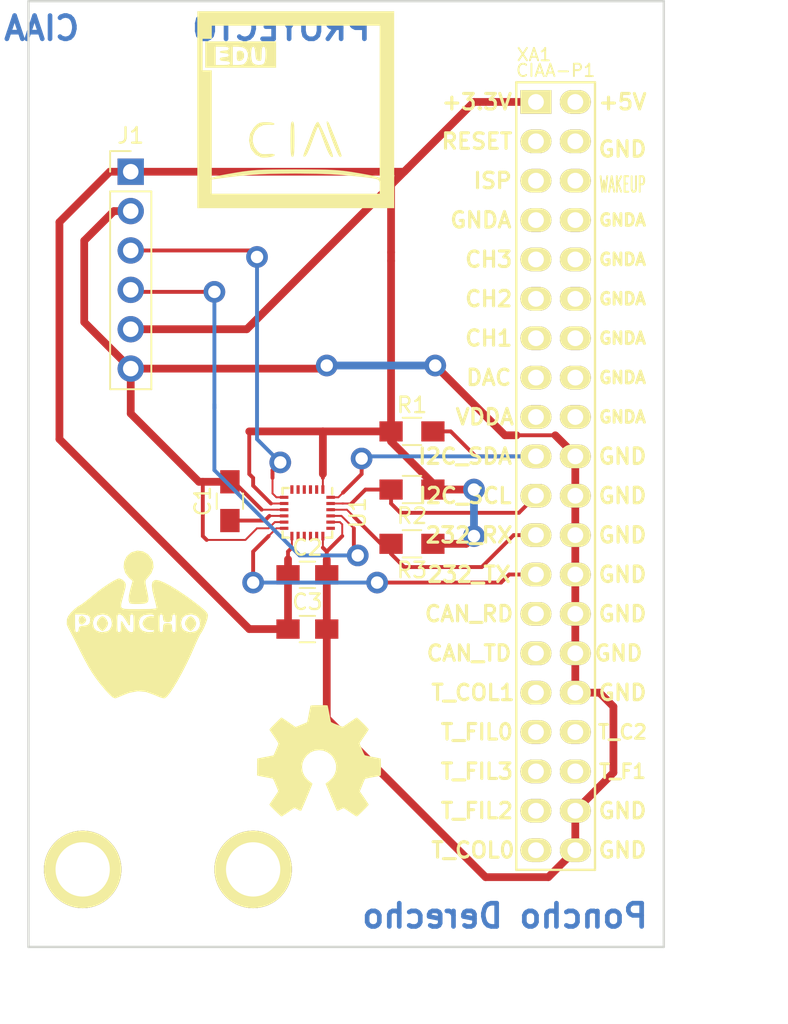
<source format=kicad_pcb>
(kicad_pcb (version 4) (host pcbnew 4.0.7-e2-6376~58~ubuntu16.04.1)

  (general
    (links 37)
    (no_connects 0)
    (area 125.424999 84.924999 166.575001 146.075001)
    (thickness 1.6)
    (drawings 8)
    (tracks 171)
    (zones 0)
    (modules 14)
    (nets 38)
  )

  (page A4)
  (title_block
    (title "Sensor inercial")
    (date 2017-11-07)
    (company "Proyecto CIAA - COMPUTADORA INDUSTRIAL ABIERTA ARGENTINA")
    (comment 1 https://github.com/ignaciok3001/IMU_Poncho.git)
    (comment 2 "Autores y Licencia del template (Diego Brengi - UNLaM)")
    (comment 3 "Autor del poncho (Ignacio Kalauz). Ver directorio \"doc\"")
    (comment 4 IMU_Poncho)
  )

  (layers
    (0 F.Cu mixed)
    (31 B.Cu mixed)
    (32 B.Adhes user)
    (33 F.Adhes user)
    (34 B.Paste user)
    (35 F.Paste user)
    (36 B.SilkS user)
    (37 F.SilkS user)
    (38 B.Mask user)
    (39 F.Mask user)
    (40 Dwgs.User user)
    (41 Cmts.User user)
    (42 Eco1.User user)
    (43 Eco2.User user)
    (44 Edge.Cuts user)
    (45 Margin user)
    (46 B.CrtYd user)
    (47 F.CrtYd user)
    (48 B.Fab user)
    (49 F.Fab user)
  )

  (setup
    (last_trace_width 0.5)
    (user_trace_width 0.125)
    (user_trace_width 0.25)
    (user_trace_width 0.5)
    (user_trace_width 0.75)
    (trace_clearance 0.125)
    (zone_clearance 0.508)
    (zone_45_only no)
    (trace_min 0.125)
    (segment_width 0.2)
    (edge_width 0.15)
    (via_size 0.7)
    (via_drill 0.4)
    (via_min_size 0.7)
    (via_min_drill 0.4)
    (user_via 0.7 0.4)
    (user_via 1.4 0.8)
    (uvia_size 0.3)
    (uvia_drill 0.1)
    (uvias_allowed no)
    (uvia_min_size 0.2)
    (uvia_min_drill 0.1)
    (pcb_text_width 0.3)
    (pcb_text_size 1.5 1.5)
    (mod_edge_width 0.15)
    (mod_text_size 1 1)
    (mod_text_width 0.15)
    (pad_size 0.55 0.2)
    (pad_drill 0)
    (pad_to_mask_clearance 0.2)
    (aux_axis_origin 0 0)
    (visible_elements FFFEFFFF)
    (pcbplotparams
      (layerselection 0x00030_80000001)
      (usegerberextensions false)
      (excludeedgelayer true)
      (linewidth 0.100000)
      (plotframeref false)
      (viasonmask false)
      (mode 1)
      (useauxorigin false)
      (hpglpennumber 1)
      (hpglpenspeed 20)
      (hpglpendiameter 15)
      (hpglpenoverlay 2)
      (psnegative false)
      (psa4output false)
      (plotreference true)
      (plotvalue true)
      (plotinvisibletext false)
      (padsonsilk false)
      (subtractmaskfromsilk false)
      (outputformat 1)
      (mirror false)
      (drillshape 1)
      (scaleselection 1)
      (outputdirectory ""))
  )

  (net 0 "")
  (net 1 "Net-(C1-Pad1)")
  (net 2 GND)
  (net 3 +3V3)
  (net 4 "Net-(J1-Pad3)")
  (net 5 "Net-(J1-Pad4)")
  (net 6 "Net-(R1-Pad2)")
  (net 7 "Net-(R2-Pad2)")
  (net 8 /nCS)
  (net 9 /int)
  (net 10 "Net-(XA1-Pad2)")
  (net 11 "Net-(XA1-Pad11)")
  (net 12 "Net-(XA1-Pad4)")
  (net 13 "Net-(XA1-Pad13)")
  (net 14 "Net-(XA1-Pad6)")
  (net 15 "Net-(XA1-Pad15)")
  (net 16 "Net-(XA1-Pad8)")
  (net 17 "Net-(XA1-Pad17)")
  (net 18 "Net-(XA1-Pad10)")
  (net 19 "Net-(XA1-Pad12)")
  (net 20 "Net-(XA1-Pad14)")
  (net 21 "Net-(XA1-Pad16)")
  (net 22 "Net-(XA1-Pad18)")
  (net 23 "Net-(XA1-Pad27)")
  (net 24 "Net-(XA1-Pad29)")
  (net 25 "Net-(XA1-Pad31)")
  (net 26 "Net-(XA1-Pad33)")
  (net 27 "Net-(XA1-Pad34)")
  (net 28 "Net-(XA1-Pad36)")
  (net 29 "Net-(XA1-Pad35)")
  (net 30 "Net-(XA1-Pad37)")
  (net 31 "Net-(XA1-Pad3)")
  (net 32 "Net-(XA1-Pad5)")
  (net 33 "Net-(XA1-Pad7)")
  (net 34 "Net-(XA1-Pad9)")
  (net 35 "Net-(XA1-Pad39)")
  (net 36 "Net-(H1-Pad1)")
  (net 37 "Net-(H2-Pad1)")

  (net_class Default "This is the default net class."
    (clearance 0.125)
    (trace_width 0.25)
    (via_dia 0.7)
    (via_drill 0.4)
    (uvia_dia 0.3)
    (uvia_drill 0.1)
    (add_net "Net-(C1-Pad1)")
    (add_net "Net-(H1-Pad1)")
    (add_net "Net-(H2-Pad1)")
    (add_net "Net-(J1-Pad3)")
    (add_net "Net-(J1-Pad4)")
    (add_net "Net-(R1-Pad2)")
    (add_net "Net-(R2-Pad2)")
    (add_net "Net-(XA1-Pad10)")
    (add_net "Net-(XA1-Pad11)")
    (add_net "Net-(XA1-Pad12)")
    (add_net "Net-(XA1-Pad13)")
    (add_net "Net-(XA1-Pad14)")
    (add_net "Net-(XA1-Pad15)")
    (add_net "Net-(XA1-Pad16)")
    (add_net "Net-(XA1-Pad17)")
    (add_net "Net-(XA1-Pad18)")
    (add_net "Net-(XA1-Pad2)")
    (add_net "Net-(XA1-Pad27)")
    (add_net "Net-(XA1-Pad29)")
    (add_net "Net-(XA1-Pad3)")
    (add_net "Net-(XA1-Pad31)")
    (add_net "Net-(XA1-Pad33)")
    (add_net "Net-(XA1-Pad34)")
    (add_net "Net-(XA1-Pad35)")
    (add_net "Net-(XA1-Pad36)")
    (add_net "Net-(XA1-Pad37)")
    (add_net "Net-(XA1-Pad39)")
    (add_net "Net-(XA1-Pad4)")
    (add_net "Net-(XA1-Pad5)")
    (add_net "Net-(XA1-Pad6)")
    (add_net "Net-(XA1-Pad7)")
    (add_net "Net-(XA1-Pad8)")
    (add_net "Net-(XA1-Pad9)")
  )

  (net_class Mayer ""
    (clearance 0.125)
    (trace_width 0.125)
    (via_dia 0.7)
    (via_drill 0.4)
    (uvia_dia 0.3)
    (uvia_drill 0.1)
    (add_net /int)
    (add_net /nCS)
  )

  (net_class Power ""
    (clearance 0.125)
    (trace_width 0.5)
    (via_dia 1.4)
    (via_drill 0.8)
    (uvia_dia 0.3)
    (uvia_drill 0.1)
    (add_net +3V3)
    (add_net GND)
  )

  (module Poncho_Esqueleto:Conn_Poncho_Derecha (layer F.Cu) (tedit 5612F7EE) (tstamp 5A14391B)
    (at 158.25 91.5)
    (tags "CONN Poncho")
    (path /5A08688E)
    (fp_text reference XA1 (at -0.127 -3.048) (layer F.SilkS)
      (effects (font (size 0.8 0.8) (thickness 0.12)))
    )
    (fp_text value Conn_Poncho2P_2x_20x2 (at -1.905 51.181) (layer F.SilkS) hide
      (effects (font (size 1.016 1.016) (thickness 0.2032)))
    )
    (fp_line (start -32.385 54.61) (end 8.255 54.61) (layer Dwgs.User) (width 0.15))
    (fp_line (start -32.385 -6.35) (end 8.255 -6.35) (layer Dwgs.User) (width 0.15))
    (fp_line (start -32.385 54.61) (end -32.385 -6.35) (layer Dwgs.User) (width 0.15))
    (fp_line (start 8.255 54.61) (end 8.255 -6.35) (layer Dwgs.User) (width 0.15))
    (fp_text user GND (at 5.588 48.26) (layer F.SilkS)
      (effects (font (size 1 1) (thickness 0.2)))
    )
    (fp_text user GND (at 5.588 45.72) (layer F.SilkS)
      (effects (font (size 1 1) (thickness 0.2)))
    )
    (fp_text user T_F1 (at 5.588 43.18) (layer F.SilkS)
      (effects (font (size 0.9 0.9) (thickness 0.18)))
    )
    (fp_text user T_C2 (at 5.588 40.64) (layer F.SilkS)
      (effects (font (size 0.9 0.9) (thickness 0.18)))
    )
    (fp_text user GND (at 5.588 38.1) (layer F.SilkS)
      (effects (font (size 1 1) (thickness 0.2)))
    )
    (fp_text user GND (at 5.334 35.56) (layer F.SilkS)
      (effects (font (size 1 1) (thickness 0.2)))
    )
    (fp_text user GND (at 5.588 33.02) (layer F.SilkS)
      (effects (font (size 1 1) (thickness 0.2)))
    )
    (fp_text user GND (at 5.588 30.48) (layer F.SilkS)
      (effects (font (size 1 1) (thickness 0.2)))
    )
    (fp_text user GND (at 5.588 27.94) (layer F.SilkS)
      (effects (font (size 1 1) (thickness 0.2)))
    )
    (fp_text user GND (at 5.588 25.4) (layer F.SilkS)
      (effects (font (size 1 1) (thickness 0.2)))
    )
    (fp_text user GND (at 5.588 22.86) (layer F.SilkS)
      (effects (font (size 1 1) (thickness 0.2)))
    )
    (fp_text user GNDA (at 5.588 20.32) (layer F.SilkS)
      (effects (font (size 0.76 0.76) (thickness 0.19)))
    )
    (fp_text user GNDA (at 5.588 17.78) (layer F.SilkS)
      (effects (font (size 0.76 0.76) (thickness 0.19)))
    )
    (fp_text user GNDA (at 5.588 15.24) (layer F.SilkS)
      (effects (font (size 0.76 0.76) (thickness 0.19)))
    )
    (fp_text user GNDA (at 5.588 12.7) (layer F.SilkS)
      (effects (font (size 0.76 0.76) (thickness 0.19)))
    )
    (fp_text user GNDA (at 5.588 10.16) (layer F.SilkS)
      (effects (font (size 0.76 0.76) (thickness 0.19)))
    )
    (fp_text user GNDA (at 5.588 7.62) (layer F.SilkS)
      (effects (font (size 0.76 0.76) (thickness 0.19)))
    )
    (fp_text user WAKEUP (at 5.588 5.334) (layer F.SilkS)
      (effects (font (size 1 0.5) (thickness 0.125)))
    )
    (fp_text user GND (at 5.588 3.048) (layer F.SilkS)
      (effects (font (size 1 1) (thickness 0.2)))
    )
    (fp_text user +5V (at 5.588 0) (layer F.SilkS)
      (effects (font (size 1 1) (thickness 0.2)))
    )
    (fp_text user T_COL0 (at -4.064 48.26) (layer F.SilkS)
      (effects (font (size 1 1) (thickness 0.2)))
    )
    (fp_text user T_FIL2 (at -3.81 45.72) (layer F.SilkS)
      (effects (font (size 1 1) (thickness 0.2)))
    )
    (fp_text user T_FIL3 (at -3.81 43.18) (layer F.SilkS)
      (effects (font (size 1 1) (thickness 0.2)))
    )
    (fp_text user T_FIL0 (at -3.81 40.64) (layer F.SilkS)
      (effects (font (size 1 1) (thickness 0.2)))
    )
    (fp_text user T_COL1 (at -4.064 38.1) (layer F.SilkS)
      (effects (font (size 1 1) (thickness 0.2)))
    )
    (fp_text user CAN_TD (at -4.318 35.56) (layer F.SilkS)
      (effects (font (size 1 1) (thickness 0.2)))
    )
    (fp_text user CAN_RD (at -4.318 33.02) (layer F.SilkS)
      (effects (font (size 1 1) (thickness 0.2)))
    )
    (fp_text user 232_TX (at -4.318 30.48) (layer F.SilkS)
      (effects (font (size 1 1) (thickness 0.2)))
    )
    (fp_text user 232_RX (at -4.318 27.94) (layer F.SilkS)
      (effects (font (size 1 1) (thickness 0.2)))
    )
    (fp_text user I2C_SCL (at -4.572 25.4) (layer F.SilkS)
      (effects (font (size 1 1) (thickness 0.2)))
    )
    (fp_text user I2C_SDA (at -4.572 22.86) (layer F.SilkS)
      (effects (font (size 1 1) (thickness 0.2)))
    )
    (fp_text user VDDA (at -3.302 20.32) (layer F.SilkS)
      (effects (font (size 1 1) (thickness 0.2)))
    )
    (fp_text user DAC (at -3.048 17.78) (layer F.SilkS)
      (effects (font (size 1 1) (thickness 0.2)))
    )
    (fp_text user CH1 (at -3.048 15.24) (layer F.SilkS)
      (effects (font (size 1 1) (thickness 0.2)))
    )
    (fp_text user CH2 (at -3.048 12.7) (layer F.SilkS)
      (effects (font (size 1 1) (thickness 0.2)))
    )
    (fp_text user CH3 (at -3.048 10.16) (layer F.SilkS)
      (effects (font (size 1 1) (thickness 0.2)))
    )
    (fp_text user GNDA (at -3.556 7.62) (layer F.SilkS)
      (effects (font (size 1 1) (thickness 0.2)))
    )
    (fp_text user ISP (at -2.794 5.08) (layer F.SilkS)
      (effects (font (size 1 1) (thickness 0.2)))
    )
    (fp_text user RESET (at -3.81 2.54) (layer F.SilkS)
      (effects (font (size 1 1) (thickness 0.2)))
    )
    (fp_text user CIAA-P1 (at 1.27 -2.032) (layer F.SilkS)
      (effects (font (size 0.8 0.8) (thickness 0.12)))
    )
    (fp_text user +3.3V (at -3.81 0) (layer F.SilkS)
      (effects (font (size 1 1) (thickness 0.2)))
    )
    (fp_line (start -1.27 49.53) (end -1.27 -1.27) (layer F.SilkS) (width 0.15))
    (fp_line (start 3.81 49.53) (end 3.81 -1.27) (layer F.SilkS) (width 0.15))
    (fp_line (start 3.81 49.53) (end -1.27 49.53) (layer F.SilkS) (width 0.15))
    (fp_line (start 3.81 -1.27) (end -1.27 -1.27) (layer F.SilkS) (width 0.15))
    (pad 1 thru_hole rect (at 0 0 270) (size 1.524 2) (drill 1.016) (layers *.Cu *.Mask F.SilkS)
      (net 3 +3V3))
    (pad 2 thru_hole oval (at 2.54 0 270) (size 1.524 2) (drill 1.016) (layers *.Cu *.Mask F.SilkS)
      (net 10 "Net-(XA1-Pad2)"))
    (pad 11 thru_hole oval (at 0 12.7 270) (size 1.524 2) (drill 1.016) (layers *.Cu *.Mask F.SilkS)
      (net 11 "Net-(XA1-Pad11)"))
    (pad 4 thru_hole oval (at 2.54 2.54 270) (size 1.524 2) (drill 1.016) (layers *.Cu *.Mask F.SilkS)
      (net 12 "Net-(XA1-Pad4)"))
    (pad 13 thru_hole oval (at 0 15.24 270) (size 1.524 2) (drill 1.016) (layers *.Cu *.Mask F.SilkS)
      (net 13 "Net-(XA1-Pad13)"))
    (pad 6 thru_hole oval (at 2.54 5.08 270) (size 1.524 2) (drill 1.016) (layers *.Cu *.Mask F.SilkS)
      (net 14 "Net-(XA1-Pad6)"))
    (pad 15 thru_hole oval (at 0 17.78 270) (size 1.524 2) (drill 1.016) (layers *.Cu *.Mask F.SilkS)
      (net 15 "Net-(XA1-Pad15)"))
    (pad 8 thru_hole oval (at 2.54 7.62 270) (size 1.524 2) (drill 1.016) (layers *.Cu *.Mask F.SilkS)
      (net 16 "Net-(XA1-Pad8)"))
    (pad 17 thru_hole oval (at 0 20.32 270) (size 1.524 2) (drill 1.016) (layers *.Cu *.Mask F.SilkS)
      (net 17 "Net-(XA1-Pad17)"))
    (pad 10 thru_hole oval (at 2.54 10.16 270) (size 1.524 2) (drill 1.016) (layers *.Cu *.Mask F.SilkS)
      (net 18 "Net-(XA1-Pad10)"))
    (pad 19 thru_hole oval (at 0 22.86 270) (size 1.524 2) (drill 1.016) (layers *.Cu *.Mask F.SilkS)
      (net 6 "Net-(R1-Pad2)"))
    (pad 12 thru_hole oval (at 2.54 12.7 270) (size 1.524 2) (drill 1.016) (layers *.Cu *.Mask F.SilkS)
      (net 19 "Net-(XA1-Pad12)"))
    (pad 21 thru_hole oval (at 0 25.4 270) (size 1.524 2) (drill 1.016) (layers *.Cu *.Mask F.SilkS)
      (net 7 "Net-(R2-Pad2)"))
    (pad 14 thru_hole oval (at 2.54 15.24 270) (size 1.524 2) (drill 1.016) (layers *.Cu *.Mask F.SilkS)
      (net 20 "Net-(XA1-Pad14)"))
    (pad 23 thru_hole oval (at 0 27.94 270) (size 1.524 2) (drill 1.016) (layers *.Cu *.Mask F.SilkS)
      (net 8 /nCS))
    (pad 16 thru_hole oval (at 2.54 17.78 270) (size 1.524 2) (drill 1.016) (layers *.Cu *.Mask F.SilkS)
      (net 21 "Net-(XA1-Pad16)"))
    (pad 25 thru_hole oval (at 0 30.48 270) (size 1.524 2) (drill 1.016) (layers *.Cu *.Mask F.SilkS)
      (net 9 /int))
    (pad 18 thru_hole oval (at 2.54 20.32 270) (size 1.524 2) (drill 1.016) (layers *.Cu *.Mask F.SilkS)
      (net 22 "Net-(XA1-Pad18)"))
    (pad 27 thru_hole oval (at 0 33.02 270) (size 1.524 2) (drill 1.016) (layers *.Cu *.Mask F.SilkS)
      (net 23 "Net-(XA1-Pad27)"))
    (pad 20 thru_hole oval (at 2.54 22.86 270) (size 1.524 2) (drill 1.016) (layers *.Cu *.Mask F.SilkS)
      (net 2 GND))
    (pad 29 thru_hole oval (at 0 35.56 270) (size 1.524 2) (drill 1.016) (layers *.Cu *.Mask F.SilkS)
      (net 24 "Net-(XA1-Pad29)"))
    (pad 22 thru_hole oval (at 2.54 25.4 270) (size 1.524 2) (drill 1.016) (layers *.Cu *.Mask F.SilkS)
      (net 2 GND))
    (pad 31 thru_hole oval (at 0 38.1 270) (size 1.524 2) (drill 1.016) (layers *.Cu *.Mask F.SilkS)
      (net 25 "Net-(XA1-Pad31)"))
    (pad 24 thru_hole oval (at 2.54 27.94 270) (size 1.524 2) (drill 1.016) (layers *.Cu *.Mask F.SilkS)
      (net 2 GND))
    (pad 26 thru_hole oval (at 2.54 30.48 270) (size 1.524 2) (drill 1.016) (layers *.Cu *.Mask F.SilkS)
      (net 2 GND))
    (pad 33 thru_hole oval (at 0 40.64 270) (size 1.524 2) (drill 1.016) (layers *.Cu *.Mask F.SilkS)
      (net 26 "Net-(XA1-Pad33)"))
    (pad 28 thru_hole oval (at 2.54 33.02 270) (size 1.524 2) (drill 1.016) (layers *.Cu *.Mask F.SilkS)
      (net 2 GND))
    (pad 32 thru_hole oval (at 2.54 38.1 270) (size 1.524 2) (drill 1.016) (layers *.Cu *.Mask F.SilkS)
      (net 2 GND))
    (pad 34 thru_hole oval (at 2.54 40.64 270) (size 1.524 2) (drill 1.016) (layers *.Cu *.Mask F.SilkS)
      (net 27 "Net-(XA1-Pad34)"))
    (pad 36 thru_hole oval (at 2.54 43.18 270) (size 1.524 2) (drill 1.016) (layers *.Cu *.Mask F.SilkS)
      (net 28 "Net-(XA1-Pad36)"))
    (pad 38 thru_hole oval (at 2.54 45.72 270) (size 1.524 2) (drill 1.016) (layers *.Cu *.Mask F.SilkS)
      (net 2 GND))
    (pad 35 thru_hole oval (at 0 43.18 270) (size 1.524 2) (drill 1.016) (layers *.Cu *.Mask F.SilkS)
      (net 29 "Net-(XA1-Pad35)"))
    (pad 37 thru_hole oval (at 0 45.72 270) (size 1.524 2) (drill 1.016) (layers *.Cu *.Mask F.SilkS)
      (net 30 "Net-(XA1-Pad37)"))
    (pad 3 thru_hole oval (at 0 2.54 270) (size 1.524 2) (drill 1.016) (layers *.Cu *.Mask F.SilkS)
      (net 31 "Net-(XA1-Pad3)"))
    (pad 5 thru_hole oval (at 0 5.08 270) (size 1.524 2) (drill 1.016) (layers *.Cu *.Mask F.SilkS)
      (net 32 "Net-(XA1-Pad5)"))
    (pad 7 thru_hole oval (at 0 7.62 270) (size 1.524 2) (drill 1.016) (layers *.Cu *.Mask F.SilkS)
      (net 33 "Net-(XA1-Pad7)"))
    (pad 9 thru_hole oval (at 0 10.16 270) (size 1.524 2) (drill 1.016) (layers *.Cu *.Mask F.SilkS)
      (net 34 "Net-(XA1-Pad9)"))
    (pad 39 thru_hole oval (at 0 48.26 270) (size 1.524 2) (drill 1.016) (layers *.Cu *.Mask F.SilkS)
      (net 35 "Net-(XA1-Pad39)"))
    (pad 40 thru_hole oval (at 2.54 48.26 270) (size 1.524 2) (drill 1.016) (layers *.Cu *.Mask F.SilkS)
      (net 2 GND))
    (pad 30 thru_hole oval (at 2.54 35.56 270) (size 1.524 2) (drill 1.016) (layers *.Cu *.Mask F.SilkS)
      (net 2 GND))
    (model Pin_Headers.3dshapes/Pin_Header_Straight_2x20_Pitch2.54mm.wrl
      (at (xyz 0.1 0 -0.08))
      (scale (xyz 1 1 1))
      (rotate (xyz 180 0 180))
    )
  )

  (module Capacitors_SMD:C_0805_HandSoldering (layer F.Cu) (tedit 58AA84A8) (tstamp 5A14382D)
    (at 138.5 117.25 90)
    (descr "Capacitor SMD 0805, hand soldering")
    (tags "capacitor 0805")
    (path /59F65CD7)
    (attr smd)
    (fp_text reference C1 (at 0 -1.75 90) (layer F.SilkS)
      (effects (font (size 1 1) (thickness 0.15)))
    )
    (fp_text value 0,1u (at 0 1.75 90) (layer F.Fab)
      (effects (font (size 1 1) (thickness 0.15)))
    )
    (fp_text user %R (at 0 -1.75 90) (layer F.Fab)
      (effects (font (size 1 1) (thickness 0.15)))
    )
    (fp_line (start -1 0.62) (end -1 -0.62) (layer F.Fab) (width 0.1))
    (fp_line (start 1 0.62) (end -1 0.62) (layer F.Fab) (width 0.1))
    (fp_line (start 1 -0.62) (end 1 0.62) (layer F.Fab) (width 0.1))
    (fp_line (start -1 -0.62) (end 1 -0.62) (layer F.Fab) (width 0.1))
    (fp_line (start 0.5 -0.85) (end -0.5 -0.85) (layer F.SilkS) (width 0.12))
    (fp_line (start -0.5 0.85) (end 0.5 0.85) (layer F.SilkS) (width 0.12))
    (fp_line (start -2.25 -0.88) (end 2.25 -0.88) (layer F.CrtYd) (width 0.05))
    (fp_line (start -2.25 -0.88) (end -2.25 0.87) (layer F.CrtYd) (width 0.05))
    (fp_line (start 2.25 0.87) (end 2.25 -0.88) (layer F.CrtYd) (width 0.05))
    (fp_line (start 2.25 0.87) (end -2.25 0.87) (layer F.CrtYd) (width 0.05))
    (pad 1 smd rect (at -1.25 0 90) (size 1.5 1.25) (layers F.Cu F.Paste F.Mask)
      (net 1 "Net-(C1-Pad1)"))
    (pad 2 smd rect (at 1.25 0 90) (size 1.5 1.25) (layers F.Cu F.Paste F.Mask)
      (net 2 GND))
    (model Capacitors_SMD.3dshapes/C_0805.wrl
      (at (xyz 0 0 0))
      (scale (xyz 1 1 1))
      (rotate (xyz 0 0 0))
    )
  )

  (module Capacitors_SMD:C_0805_HandSoldering (layer F.Cu) (tedit 58AA84A8) (tstamp 5A14383E)
    (at 143.5 122)
    (descr "Capacitor SMD 0805, hand soldering")
    (tags "capacitor 0805")
    (path /59F63E5B)
    (attr smd)
    (fp_text reference C2 (at 0 -1.75) (layer F.SilkS)
      (effects (font (size 1 1) (thickness 0.15)))
    )
    (fp_text value 0,1u (at 0 1.75) (layer F.Fab)
      (effects (font (size 1 1) (thickness 0.15)))
    )
    (fp_text user %R (at 0 -1.75) (layer F.Fab)
      (effects (font (size 1 1) (thickness 0.15)))
    )
    (fp_line (start -1 0.62) (end -1 -0.62) (layer F.Fab) (width 0.1))
    (fp_line (start 1 0.62) (end -1 0.62) (layer F.Fab) (width 0.1))
    (fp_line (start 1 -0.62) (end 1 0.62) (layer F.Fab) (width 0.1))
    (fp_line (start -1 -0.62) (end 1 -0.62) (layer F.Fab) (width 0.1))
    (fp_line (start 0.5 -0.85) (end -0.5 -0.85) (layer F.SilkS) (width 0.12))
    (fp_line (start -0.5 0.85) (end 0.5 0.85) (layer F.SilkS) (width 0.12))
    (fp_line (start -2.25 -0.88) (end 2.25 -0.88) (layer F.CrtYd) (width 0.05))
    (fp_line (start -2.25 -0.88) (end -2.25 0.87) (layer F.CrtYd) (width 0.05))
    (fp_line (start 2.25 0.87) (end 2.25 -0.88) (layer F.CrtYd) (width 0.05))
    (fp_line (start 2.25 0.87) (end -2.25 0.87) (layer F.CrtYd) (width 0.05))
    (pad 1 smd rect (at -1.25 0) (size 1.5 1.25) (layers F.Cu F.Paste F.Mask)
      (net 3 +3V3))
    (pad 2 smd rect (at 1.25 0) (size 1.5 1.25) (layers F.Cu F.Paste F.Mask)
      (net 2 GND))
    (model Capacitors_SMD.3dshapes/C_0805.wrl
      (at (xyz 0 0 0))
      (scale (xyz 1 1 1))
      (rotate (xyz 0 0 0))
    )
  )

  (module Capacitors_SMD:C_0805_HandSoldering (layer F.Cu) (tedit 58AA84A8) (tstamp 5A14384F)
    (at 143.5 125.5)
    (descr "Capacitor SMD 0805, hand soldering")
    (tags "capacitor 0805")
    (path /59F658E7)
    (attr smd)
    (fp_text reference C3 (at 0 -1.75) (layer F.SilkS)
      (effects (font (size 1 1) (thickness 0.15)))
    )
    (fp_text value 10n (at 0 1.75) (layer F.Fab)
      (effects (font (size 1 1) (thickness 0.15)))
    )
    (fp_text user %R (at 0 -1.75) (layer F.Fab)
      (effects (font (size 1 1) (thickness 0.15)))
    )
    (fp_line (start -1 0.62) (end -1 -0.62) (layer F.Fab) (width 0.1))
    (fp_line (start 1 0.62) (end -1 0.62) (layer F.Fab) (width 0.1))
    (fp_line (start 1 -0.62) (end 1 0.62) (layer F.Fab) (width 0.1))
    (fp_line (start -1 -0.62) (end 1 -0.62) (layer F.Fab) (width 0.1))
    (fp_line (start 0.5 -0.85) (end -0.5 -0.85) (layer F.SilkS) (width 0.12))
    (fp_line (start -0.5 0.85) (end 0.5 0.85) (layer F.SilkS) (width 0.12))
    (fp_line (start -2.25 -0.88) (end 2.25 -0.88) (layer F.CrtYd) (width 0.05))
    (fp_line (start -2.25 -0.88) (end -2.25 0.87) (layer F.CrtYd) (width 0.05))
    (fp_line (start 2.25 0.87) (end 2.25 -0.88) (layer F.CrtYd) (width 0.05))
    (fp_line (start 2.25 0.87) (end -2.25 0.87) (layer F.CrtYd) (width 0.05))
    (pad 1 smd rect (at -1.25 0) (size 1.5 1.25) (layers F.Cu F.Paste F.Mask)
      (net 3 +3V3))
    (pad 2 smd rect (at 1.25 0) (size 1.5 1.25) (layers F.Cu F.Paste F.Mask)
      (net 2 GND))
    (model Capacitors_SMD.3dshapes/C_0805.wrl
      (at (xyz 0 0 0))
      (scale (xyz 1 1 1))
      (rotate (xyz 0 0 0))
    )
  )

  (module Resistors_SMD:R_0805_HandSoldering (layer F.Cu) (tedit 58E0A804) (tstamp 5A14386F)
    (at 150.25 112.75)
    (descr "Resistor SMD 0805, hand soldering")
    (tags "resistor 0805")
    (path /59F642FE)
    (attr smd)
    (fp_text reference R1 (at 0 -1.7) (layer F.SilkS)
      (effects (font (size 1 1) (thickness 0.15)))
    )
    (fp_text value 10k (at 0 1.75) (layer F.Fab)
      (effects (font (size 1 1) (thickness 0.15)))
    )
    (fp_text user %R (at 0 0) (layer F.Fab)
      (effects (font (size 0.5 0.5) (thickness 0.075)))
    )
    (fp_line (start -1 0.62) (end -1 -0.62) (layer F.Fab) (width 0.1))
    (fp_line (start 1 0.62) (end -1 0.62) (layer F.Fab) (width 0.1))
    (fp_line (start 1 -0.62) (end 1 0.62) (layer F.Fab) (width 0.1))
    (fp_line (start -1 -0.62) (end 1 -0.62) (layer F.Fab) (width 0.1))
    (fp_line (start 0.6 0.88) (end -0.6 0.88) (layer F.SilkS) (width 0.12))
    (fp_line (start -0.6 -0.88) (end 0.6 -0.88) (layer F.SilkS) (width 0.12))
    (fp_line (start -2.35 -0.9) (end 2.35 -0.9) (layer F.CrtYd) (width 0.05))
    (fp_line (start -2.35 -0.9) (end -2.35 0.9) (layer F.CrtYd) (width 0.05))
    (fp_line (start 2.35 0.9) (end 2.35 -0.9) (layer F.CrtYd) (width 0.05))
    (fp_line (start 2.35 0.9) (end -2.35 0.9) (layer F.CrtYd) (width 0.05))
    (pad 1 smd rect (at -1.35 0) (size 1.5 1.3) (layers F.Cu F.Paste F.Mask)
      (net 3 +3V3))
    (pad 2 smd rect (at 1.35 0) (size 1.5 1.3) (layers F.Cu F.Paste F.Mask)
      (net 6 "Net-(R1-Pad2)"))
    (model ${KISYS3DMOD}/Resistors_SMD.3dshapes/R_0805.wrl
      (at (xyz 0 0 0))
      (scale (xyz 1 1 1))
      (rotate (xyz 0 0 0))
    )
  )

  (module Resistors_SMD:R_0805_HandSoldering (layer F.Cu) (tedit 58E0A804) (tstamp 5A143880)
    (at 150.25 116.5 180)
    (descr "Resistor SMD 0805, hand soldering")
    (tags "resistor 0805")
    (path /59F6435B)
    (attr smd)
    (fp_text reference R2 (at 0 -1.7 180) (layer F.SilkS)
      (effects (font (size 1 1) (thickness 0.15)))
    )
    (fp_text value 10k (at 0 1.75 180) (layer F.Fab)
      (effects (font (size 1 1) (thickness 0.15)))
    )
    (fp_text user %R (at 0 0 180) (layer F.Fab)
      (effects (font (size 0.5 0.5) (thickness 0.075)))
    )
    (fp_line (start -1 0.62) (end -1 -0.62) (layer F.Fab) (width 0.1))
    (fp_line (start 1 0.62) (end -1 0.62) (layer F.Fab) (width 0.1))
    (fp_line (start 1 -0.62) (end 1 0.62) (layer F.Fab) (width 0.1))
    (fp_line (start -1 -0.62) (end 1 -0.62) (layer F.Fab) (width 0.1))
    (fp_line (start 0.6 0.88) (end -0.6 0.88) (layer F.SilkS) (width 0.12))
    (fp_line (start -0.6 -0.88) (end 0.6 -0.88) (layer F.SilkS) (width 0.12))
    (fp_line (start -2.35 -0.9) (end 2.35 -0.9) (layer F.CrtYd) (width 0.05))
    (fp_line (start -2.35 -0.9) (end -2.35 0.9) (layer F.CrtYd) (width 0.05))
    (fp_line (start 2.35 0.9) (end 2.35 -0.9) (layer F.CrtYd) (width 0.05))
    (fp_line (start 2.35 0.9) (end -2.35 0.9) (layer F.CrtYd) (width 0.05))
    (pad 1 smd rect (at -1.35 0 180) (size 1.5 1.3) (layers F.Cu F.Paste F.Mask)
      (net 3 +3V3))
    (pad 2 smd rect (at 1.35 0 180) (size 1.5 1.3) (layers F.Cu F.Paste F.Mask)
      (net 7 "Net-(R2-Pad2)"))
    (model ${KISYS3DMOD}/Resistors_SMD.3dshapes/R_0805.wrl
      (at (xyz 0 0 0))
      (scale (xyz 1 1 1))
      (rotate (xyz 0 0 0))
    )
  )

  (module Resistors_SMD:R_0805_HandSoldering (layer F.Cu) (tedit 58E0A804) (tstamp 5A143891)
    (at 150.25 120 180)
    (descr "Resistor SMD 0805, hand soldering")
    (tags "resistor 0805")
    (path /59F643B8)
    (attr smd)
    (fp_text reference R3 (at 0 -1.7 180) (layer F.SilkS)
      (effects (font (size 1 1) (thickness 0.15)))
    )
    (fp_text value 10k (at 0 1.75 180) (layer F.Fab)
      (effects (font (size 1 1) (thickness 0.15)))
    )
    (fp_text user %R (at 0 0 180) (layer F.Fab)
      (effects (font (size 0.5 0.5) (thickness 0.075)))
    )
    (fp_line (start -1 0.62) (end -1 -0.62) (layer F.Fab) (width 0.1))
    (fp_line (start 1 0.62) (end -1 0.62) (layer F.Fab) (width 0.1))
    (fp_line (start 1 -0.62) (end 1 0.62) (layer F.Fab) (width 0.1))
    (fp_line (start -1 -0.62) (end 1 -0.62) (layer F.Fab) (width 0.1))
    (fp_line (start 0.6 0.88) (end -0.6 0.88) (layer F.SilkS) (width 0.12))
    (fp_line (start -0.6 -0.88) (end 0.6 -0.88) (layer F.SilkS) (width 0.12))
    (fp_line (start -2.35 -0.9) (end 2.35 -0.9) (layer F.CrtYd) (width 0.05))
    (fp_line (start -2.35 -0.9) (end -2.35 0.9) (layer F.CrtYd) (width 0.05))
    (fp_line (start 2.35 0.9) (end 2.35 -0.9) (layer F.CrtYd) (width 0.05))
    (fp_line (start 2.35 0.9) (end -2.35 0.9) (layer F.CrtYd) (width 0.05))
    (pad 1 smd rect (at -1.35 0 180) (size 1.5 1.3) (layers F.Cu F.Paste F.Mask)
      (net 3 +3V3))
    (pad 2 smd rect (at 1.35 0 180) (size 1.5 1.3) (layers F.Cu F.Paste F.Mask)
      (net 8 /nCS))
    (model ${KISYS3DMOD}/Resistors_SMD.3dshapes/R_0805.wrl
      (at (xyz 0 0 0))
      (scale (xyz 1 1 1))
      (rotate (xyz 0 0 0))
    )
  )

  (module Housings_DFN_QFN:QFN-24_3x3mm_Pitch0.4mm_NoMask (layer F.Cu) (tedit 5A164279) (tstamp 5A1438BE)
    (at 143.5 118 270)
    (descr "24-Lead Plastic QFN (3mm x 3mm); Pitch 0.4mm")
    (tags "QFN 0.4")
    (path /59F63616)
    (attr smd)
    (fp_text reference U1 (at 0 -3.25 270) (layer F.SilkS)
      (effects (font (size 1 1) (thickness 0.15)))
    )
    (fp_text value MPU-9250 (at 0 3.25 270) (layer F.Fab)
      (effects (font (size 1 1) (thickness 0.15)))
    )
    (fp_line (start -0.5 -1.5) (end 1.5 -1.5) (layer F.Fab) (width 0.15))
    (fp_line (start 1.5 -1.5) (end 1.5 1.5) (layer F.Fab) (width 0.15))
    (fp_line (start 1.5 1.5) (end -1.5 1.5) (layer F.Fab) (width 0.15))
    (fp_line (start -1.5 1.5) (end -1.5 -0.5) (layer F.Fab) (width 0.15))
    (fp_line (start -1.5 -0.5) (end -0.5 -1.5) (layer F.Fab) (width 0.15))
    (fp_line (start 2.05 -2.05) (end 2.05 2.05) (layer F.CrtYd) (width 0.05))
    (fp_line (start 2.05 2.05) (end -2.05 2.05) (layer F.CrtYd) (width 0.05))
    (fp_line (start -2.05 2.05) (end -2.05 -2.05) (layer F.CrtYd) (width 0.05))
    (fp_line (start -2.05 -2.05) (end 2.05 -2.05) (layer F.CrtYd) (width 0.05))
    (fp_line (start -1.6 1.6) (end -1.6 1.2) (layer F.SilkS) (width 0.15))
    (fp_line (start -1.6 1.6) (end -1.2 1.6) (layer F.SilkS) (width 0.15))
    (fp_line (start 1.6 1.6) (end 1.6 1.2) (layer F.SilkS) (width 0.15))
    (fp_line (start 1.6 1.6) (end 1.2 1.6) (layer F.SilkS) (width 0.15))
    (fp_line (start 1.6 -1.6) (end 1.6 -1.2) (layer F.SilkS) (width 0.15))
    (fp_line (start 1.6 -1.6) (end 1.2 -1.6) (layer F.SilkS) (width 0.15))
    (fp_line (start -1.6 -1.6) (end -1.2 -1.6) (layer F.SilkS) (width 0.15))
    (pad 1 smd rect (at -1.5 -1 270) (size 0.55 0.2) (layers F.Cu F.Paste F.Mask)
      (net 3 +3V3))
    (pad 2 smd rect (at -1.5 -0.6 270) (size 0.55 0.2) (layers F.Cu F.Paste F.Mask))
    (pad 3 smd rect (at -1.5 -0.2 270) (size 0.55 0.2) (layers F.Cu F.Paste F.Mask))
    (pad 4 smd rect (at -1.5 0.2 270) (size 0.55 0.2) (layers F.Cu F.Paste F.Mask))
    (pad 5 smd rect (at -1.5 0.6 270) (size 0.55 0.2) (layers F.Cu F.Paste F.Mask))
    (pad 6 smd rect (at -1.5 1 270) (size 0.55 0.2) (layers F.Cu F.Paste F.Mask))
    (pad 7 smd rect (at -1 1.5) (size 0.55 0.2) (layers F.Cu F.Paste F.Mask)
      (net 4 "Net-(J1-Pad3)"))
    (pad 8 smd rect (at -0.6 1.5) (size 0.55 0.2) (layers F.Cu F.Paste F.Mask)
      (net 3 +3V3))
    (pad 9 smd rect (at -0.2 1.5) (size 0.55 0.2) (layers F.Cu F.Paste F.Mask)
      (net 2 GND))
    (pad 10 smd rect (at 0.2 1.5) (size 0.55 0.2) (layers F.Cu F.Paste F.Mask)
      (net 1 "Net-(C1-Pad1)"))
    (pad 11 smd rect (at 0.6 1.5) (size 0.55 0.2) (layers F.Cu F.Paste F.Mask)
      (net 2 GND))
    (pad 12 smd rect (at 1 1.5) (size 0.55 0.2) (layers F.Cu F.Paste F.Mask)
      (net 9 /int))
    (pad 13 smd rect (at 1.5 1 270) (size 0.55 0.2) (layers F.Cu F.Paste F.Mask)
      (net 3 +3V3))
    (pad 14 smd rect (at 1.5 0.6 270) (size 0.55 0.2) (layers F.Cu F.Paste F.Mask))
    (pad 15 smd rect (at 1.5 0.2 270) (size 0.55 0.2) (layers F.Cu F.Paste F.Mask))
    (pad 16 smd rect (at 1.5 -0.2 270) (size 0.55 0.2) (layers F.Cu F.Paste F.Mask))
    (pad 17 smd rect (at 1.5 -0.6 270) (size 0.55 0.2) (layers F.Cu F.Paste F.Mask))
    (pad 18 smd rect (at 1.5 -1 270) (size 0.55 0.2) (layers F.Cu F.Paste F.Mask)
      (net 2 GND))
    (pad 19 smd rect (at 1 -1.5) (size 0.55 0.2) (layers F.Cu F.Paste F.Mask))
    (pad 20 smd rect (at 0.6 -1.5) (size 0.55 0.2) (layers F.Cu F.Paste F.Mask)
      (net 2 GND))
    (pad 21 smd rect (at 0.2 -1.5) (size 0.55 0.2) (layers F.Cu F.Paste F.Mask)
      (net 5 "Net-(J1-Pad4)"))
    (pad 22 smd rect (at -0.2 -1.5) (size 0.55 0.2) (layers F.Cu F.Paste F.Mask)
      (net 8 /nCS))
    (pad 23 smd rect (at -0.6 -1.5) (size 0.55 0.2) (layers F.Cu F.Paste F.Mask)
      (net 7 "Net-(R2-Pad2)"))
    (pad 24 smd rect (at -1 -1.5) (size 0.55 0.2) (layers F.Cu F.Paste F.Mask)
      (net 6 "Net-(R1-Pad2)"))
    (pad 25 smd rect (at 0 0 270) (size 1.75 1.75) (layers F.Mask)
      (solder_paste_margin_ratio -0.2))
    (model ${KISYS3DMOD}/Housings_DFN_QFN.3dshapes/QFN-24_3x3mm_Pitch0.4mm.wrl
      (at (xyz 0 0 0))
      (scale (xyz 1 1 1))
      (rotate (xyz 0 0 0))
    )
  )

  (module Poncho_Modelos:Led_Hole (layer F.Cu) (tedit 5613342C) (tstamp 5A15FE6D)
    (at 129 141)
    (path /5A15FB91)
    (fp_text reference H1 (at 0.127 3.937) (layer F.SilkS) hide
      (effects (font (size 1 1) (thickness 0.15)))
    )
    (fp_text value PCB_HOLE (at 0.127 -3.429) (layer Dwgs.User) hide
      (effects (font (size 1 1) (thickness 0.15)))
    )
    (pad 1 thru_hole circle (at 0 0) (size 5 5) (drill 3.5) (layers *.Cu *.Mask F.SilkS)
      (net 36 "Net-(H1-Pad1)"))
  )

  (module Poncho_Modelos:Led_Hole (layer F.Cu) (tedit 5613342C) (tstamp 5A15FE72)
    (at 140 141)
    (path /5A15FD08)
    (fp_text reference H2 (at 0.127 3.937) (layer F.SilkS) hide
      (effects (font (size 1 1) (thickness 0.15)))
    )
    (fp_text value PCB_HOLE (at 0.127 -3.429) (layer Dwgs.User) hide
      (effects (font (size 1 1) (thickness 0.15)))
    )
    (pad 1 thru_hole circle (at 0 0) (size 5 5) (drill 3.5) (layers *.Cu *.Mask F.SilkS)
      (net 37 "Net-(H2-Pad1)"))
  )

  (module Poncho_Esqueleto:Logo_EDU-CIAA (layer F.Cu) (tedit 5A17200D) (tstamp 5A172415)
    (at 142.75 92)
    (fp_text reference G3 (at 0 7.112) (layer F.SilkS) hide
      (effects (font (thickness 0.3048)))
    )
    (fp_text value Logo_EDU-CIAA (at 0.06 -7.8) (layer F.SilkS) hide
      (effects (font (thickness 0.3048)))
    )
    (fp_poly (pts (xy 6.35 6.35) (xy 5.42036 6.35) (xy 5.42036 4.8006) (xy 5.41782 4.7371)
      (xy 5.41782 4.39674) (xy 5.41782 -0.51054) (xy 5.41782 -5.42036) (xy 0 -5.42036)
      (xy -5.42036 -5.42036) (xy -5.42036 -4.99618) (xy -5.42036 -4.572) (xy -5.715 -4.572)
      (xy -6.01218 -4.572) (xy -6.01218 -3.556) (xy -6.01218 -2.54) (xy -5.715 -2.54)
      (xy -5.42036 -2.54) (xy -5.42036 0.9271) (xy -5.42036 4.39674) (xy -5.21462 4.318)
      (xy -5.05968 4.27736) (xy -4.77266 4.21894) (xy -4.39166 4.14782) (xy -3.95224 4.07162)
      (xy -3.7973 4.04622) (xy -3.42392 3.9878) (xy -3.08102 3.94462) (xy -2.74066 3.90906)
      (xy -2.3749 3.88366) (xy -1.9558 3.86842) (xy -1.45542 3.85826) (xy -0.84582 3.85318)
      (xy -0.09652 3.85064) (xy 0 3.85064) (xy 0.76454 3.85318) (xy 1.38938 3.85826)
      (xy 1.90246 3.86588) (xy 2.32918 3.88366) (xy 2.70002 3.90652) (xy 3.04038 3.93954)
      (xy 3.38074 3.98272) (xy 3.74904 4.0386) (xy 3.79476 4.04622) (xy 4.24434 4.12242)
      (xy 4.65074 4.19608) (xy 4.97332 4.25958) (xy 5.17652 4.30784) (xy 5.21208 4.318)
      (xy 5.41782 4.39674) (xy 5.41782 4.7371) (xy 5.41528 4.67614) (xy 5.38226 4.5847)
      (xy 5.29844 4.51612) (xy 5.14604 4.46278) (xy 4.90474 4.41706) (xy 4.55168 4.37134)
      (xy 4.06654 4.31546) (xy 3.59664 4.26466) (xy 2.9464 4.2037) (xy 2.20218 4.16052)
      (xy 1.3462 4.13258) (xy 0.35052 4.12242) (xy 0 4.11988) (xy -0.89154 4.12496)
      (xy -1.65608 4.13766) (xy -2.33426 4.1656) (xy -2.96672 4.20624) (xy -3.59664 4.2672)
      (xy -4.26466 4.34594) (xy -4.7625 4.41452) (xy -5.42036 4.50596) (xy -5.42036 4.96062)
      (xy -5.42036 5.41782) (xy 0 5.41782) (xy 5.41782 5.41782) (xy 5.41782 4.96062)
      (xy 5.42036 4.8006) (xy 5.42036 6.35) (xy 0 6.35) (xy -6.35 6.35)
      (xy -6.35 0) (xy -6.35 -6.35) (xy 0 -6.35) (xy 6.35 -6.35)
      (xy 6.35 0) (xy 6.35 6.35) (xy 6.35 6.35)) (layer F.SilkS) (width 0.00254))
    (fp_poly (pts (xy -1.36398 2.94894) (xy -1.41986 2.99212) (xy -1.58242 3.04292) (xy -1.83134 3.07848)
      (xy -2.08534 3.08864) (xy -2.24028 3.0734) (xy -2.59334 2.89814) (xy -2.84734 2.5908)
      (xy -2.921 2.43586) (xy -3.01752 1.98628) (xy -2.94894 1.55956) (xy -2.71526 1.16586)
      (xy -2.667 1.11252) (xy -2.49174 0.93726) (xy -2.33426 0.84582) (xy -2.12344 0.81026)
      (xy -1.90246 0.80518) (xy -1.57988 0.82296) (xy -1.40462 0.8763) (xy -1.37922 0.90932)
      (xy -1.40208 0.97028) (xy -1.55194 0.98298) (xy -1.70942 0.96774) (xy -2.08788 0.9906)
      (xy -2.39776 1.143) (xy -2.6289 1.39192) (xy -2.75844 1.70434) (xy -2.77876 2.04978)
      (xy -2.67462 2.39522) (xy -2.4765 2.66446) (xy -2.31902 2.80162) (xy -2.159 2.86258)
      (xy -1.9304 2.86766) (xy -1.80086 2.8575) (xy -1.51892 2.84988) (xy -1.36906 2.8829)
      (xy -1.36398 2.94894) (xy -1.36398 2.94894)) (layer F.SilkS) (width 0.00254))
    (fp_poly (pts (xy -0.08636 1.905) (xy -0.0889 2.37236) (xy -0.09906 2.69494) (xy -0.11938 2.90068)
      (xy -0.14986 3.00736) (xy -0.19812 3.04546) (xy -0.21336 3.048) (xy -0.26416 3.0226)
      (xy -0.29972 2.9337) (xy -0.32258 2.7559) (xy -0.33528 2.4638) (xy -0.34036 2.032)
      (xy -0.34036 1.905) (xy -0.33782 1.4351) (xy -0.32766 1.11252) (xy -0.30734 0.90678)
      (xy -0.27432 0.8001) (xy -0.22606 0.762) (xy -0.21336 0.762) (xy -0.16002 0.78486)
      (xy -0.12446 0.87376) (xy -0.1016 1.05156) (xy -0.09144 1.34366) (xy -0.08636 1.77546)
      (xy -0.08636 1.905) (xy -0.08636 1.905)) (layer F.SilkS) (width 0.00254))
    (fp_poly (pts (xy 2.40284 3.0353) (xy 2.30378 3.05308) (xy 2.17678 2.90322) (xy 2.02184 2.59334)
      (xy 1.83642 2.1209) (xy 1.80848 2.03708) (xy 1.6764 1.67132) (xy 1.5621 1.3716)
      (xy 1.47828 1.17094) (xy 1.43764 1.09982) (xy 1.39446 1.17602) (xy 1.3081 1.37922)
      (xy 1.19126 1.68148) (xy 1.05664 2.04978) (xy 1.05664 2.05232) (xy 0.87884 2.52222)
      (xy 0.7366 2.83464) (xy 0.62484 2.99974) (xy 0.57404 3.03022) (xy 0.50546 3.02514)
      (xy 0.49276 2.9591) (xy 0.53848 2.79654) (xy 0.64516 2.52222) (xy 0.78994 2.15646)
      (xy 0.9525 1.7272) (xy 1.08458 1.3716) (xy 1.2319 1.016) (xy 1.35128 0.82296)
      (xy 1.4351 0.77978) (xy 1.4986 0.86106) (xy 1.60782 1.06172) (xy 1.74752 1.35382)
      (xy 1.90246 1.69926) (xy 2.05994 2.06502) (xy 2.20472 2.41554) (xy 2.31902 2.71526)
      (xy 2.39014 2.9337) (xy 2.40284 3.0353) (xy 2.40284 3.0353)) (layer F.SilkS) (width 0.00254))
    (fp_poly (pts (xy 2.96164 2.98704) (xy 2.8956 3.04292) (xy 2.85242 3.048) (xy 2.78384 2.9718)
      (xy 2.67208 2.75844) (xy 2.52984 2.43586) (xy 2.36982 2.02946) (xy 2.3368 1.94056)
      (xy 2.15138 1.41478) (xy 2.03708 1.0414) (xy 1.99136 0.81788) (xy 2.01676 0.74422)
      (xy 2.10566 0.80772) (xy 2.159 0.91186) (xy 2.25552 1.13284) (xy 2.38252 1.44272)
      (xy 2.52476 1.79578) (xy 2.66954 2.16154) (xy 2.79654 2.49936) (xy 2.89814 2.77622)
      (xy 2.95402 2.94894) (xy 2.96164 2.98704) (xy 2.96164 2.98704)) (layer F.SilkS) (width 0.00254))
    (fp_poly (pts (xy -1.27 -2.71018) (xy -1.94818 -2.71018) (xy -1.94818 -3.57378) (xy -1.95834 -3.86334)
      (xy -1.99644 -4.01574) (xy -2.06756 -4.064) (xy -2.07518 -4.064) (xy -2.15138 -4.02336)
      (xy -2.19202 -3.87858) (xy -2.20218 -3.59664) (xy -2.20218 -3.5941) (xy -2.20726 -3.32486)
      (xy -2.2352 -3.1877) (xy -2.2987 -3.14452) (xy -2.39268 -3.1496) (xy -2.50698 -3.1877)
      (xy -2.57048 -3.2893) (xy -2.60096 -3.49758) (xy -2.60858 -3.6195) (xy -2.6416 -3.90398)
      (xy -2.70002 -4.04114) (xy -2.75844 -4.064) (xy -2.82956 -3.99034) (xy -2.8702 -3.80238)
      (xy -2.8829 -3.55092) (xy -2.86258 -3.29438) (xy -2.80924 -3.08102) (xy -2.79146 -3.04292)
      (xy -2.64668 -2.92608) (xy -2.41808 -2.87782) (xy -2.18694 -2.90576) (xy -2.04978 -2.98196)
      (xy -1.9939 -3.11658) (xy -1.95834 -3.36042) (xy -1.94818 -3.57378) (xy -1.94818 -2.71018)
      (xy -3.0861 -2.71018) (xy -3.0861 -3.42138) (xy -3.09372 -3.64744) (xy -3.20548 -3.88874)
      (xy -3.429 -4.0259) (xy -3.76428 -4.064) (xy -4.064 -4.064) (xy -4.064 -3.47218)
      (xy -4.064 -2.88036) (xy -3.7465 -2.88036) (xy -3.51536 -2.89814) (xy -3.3528 -2.93624)
      (xy -3.33756 -2.94386) (xy -3.17246 -3.14198) (xy -3.0861 -3.42138) (xy -3.0861 -2.71018)
      (xy -3.556 -2.71018) (xy -4.23418 -2.71018) (xy -4.23418 -3.00736) (xy -4.29006 -3.09626)
      (xy -4.47548 -3.13182) (xy -4.572 -3.13436) (xy -4.80822 -3.15468) (xy -4.90474 -3.22326)
      (xy -4.91236 -3.26136) (xy -4.84886 -3.35534) (xy -4.64312 -3.38836) (xy -4.61518 -3.38836)
      (xy -4.39674 -3.4163) (xy -4.32054 -3.50266) (xy -4.318 -3.51536) (xy -4.38404 -3.60934)
      (xy -4.58978 -3.64236) (xy -4.61518 -3.64236) (xy -4.81076 -3.66268) (xy -4.90982 -3.71602)
      (xy -4.91236 -3.72618) (xy -4.8387 -3.78206) (xy -4.65328 -3.81) (xy -4.61518 -3.81)
      (xy -4.39674 -3.83794) (xy -4.32054 -3.92684) (xy -4.318 -3.937) (xy -4.36372 -4.01828)
      (xy -4.5212 -4.05638) (xy -4.74218 -4.064) (xy -5.16636 -4.064) (xy -5.16636 -3.47218)
      (xy -5.16636 -2.88036) (xy -4.699 -2.88036) (xy -4.4196 -2.89052) (xy -4.27482 -2.93116)
      (xy -4.23418 -3.00736) (xy -4.23418 -2.71018) (xy -5.842 -2.71018) (xy -5.842 -3.556)
      (xy -5.842 -4.40436) (xy -3.556 -4.40436) (xy -1.27 -4.40436) (xy -1.27 -3.556)
      (xy -1.27 -2.71018) (xy -1.27 -2.71018)) (layer F.SilkS) (width 0.00254))
    (fp_poly (pts (xy -3.33756 -3.59918) (xy -3.34264 -3.35788) (xy -3.46964 -3.1877) (xy -3.65252 -3.13436)
      (xy -3.75666 -3.16738) (xy -3.80238 -3.29184) (xy -3.81 -3.47218) (xy -3.79984 -3.69062)
      (xy -3.74396 -3.78714) (xy -3.61696 -3.81) (xy -3.60172 -3.81) (xy -3.42138 -3.7592)
      (xy -3.33756 -3.59918) (xy -3.33756 -3.59918)) (layer F.SilkS) (width 0.00254))
  )

  (module Poncho_Esqueleto:Logo_OSHWA (layer F.Cu) (tedit 5A172001) (tstamp 5A1728BD)
    (at 144.25 134)
    (fp_text reference G2 (at 0 4.2418) (layer F.SilkS) hide
      (effects (font (size 0.7112 0.4572) (thickness 0.1143)))
    )
    (fp_text value Logo_OSHWA (at 0 -4.2418) (layer F.SilkS) hide
      (effects (font (size 0.36322 0.36322) (thickness 0.07112)))
    )
    (fp_poly (pts (xy -2.42316 3.59156) (xy -2.38252 3.57124) (xy -2.28854 3.51282) (xy -2.15392 3.42392)
      (xy -1.99644 3.31978) (xy -1.83896 3.21056) (xy -1.70942 3.1242) (xy -1.61798 3.06578)
      (xy -1.57988 3.04546) (xy -1.55956 3.05054) (xy -1.48336 3.08864) (xy -1.37414 3.14452)
      (xy -1.31064 3.17754) (xy -1.21158 3.22072) (xy -1.16078 3.23088) (xy -1.15316 3.21564)
      (xy -1.11506 3.13944) (xy -1.05918 3.00736) (xy -0.98298 2.83464) (xy -0.89662 2.63144)
      (xy -0.80264 2.413) (xy -0.7112 2.18948) (xy -0.6223 1.97612) (xy -0.54356 1.78562)
      (xy -0.48006 1.63068) (xy -0.43942 1.52146) (xy -0.42418 1.47574) (xy -0.42926 1.46558)
      (xy -0.48006 1.41732) (xy -0.56642 1.35128) (xy -0.75692 1.19634) (xy -0.94234 0.96266)
      (xy -1.05664 0.6985) (xy -1.09474 0.40386) (xy -1.06172 0.13208) (xy -0.95504 -0.12954)
      (xy -0.77216 -0.36576) (xy -0.55118 -0.54102) (xy -0.2921 -0.65278) (xy 0 -0.68834)
      (xy 0.2794 -0.65786) (xy 0.5461 -0.55118) (xy 0.78232 -0.37084) (xy 0.88138 -0.25654)
      (xy 1.01854 -0.01778) (xy 1.09728 0.23876) (xy 1.1049 0.30226) (xy 1.09474 0.5842)
      (xy 1.01092 0.85344) (xy 0.8636 1.09474) (xy 0.65786 1.29032) (xy 0.62992 1.31064)
      (xy 0.53594 1.38176) (xy 0.47244 1.43002) (xy 0.42164 1.47066) (xy 0.77978 2.33172)
      (xy 0.83566 2.46888) (xy 0.93472 2.7051) (xy 1.02108 2.9083) (xy 1.08966 3.06832)
      (xy 1.13792 3.17754) (xy 1.15824 3.22072) (xy 1.16078 3.22326) (xy 1.19126 3.22834)
      (xy 1.2573 3.20294) (xy 1.37668 3.14452) (xy 1.45796 3.10388) (xy 1.5494 3.0607)
      (xy 1.59004 3.04546) (xy 1.6256 3.06324) (xy 1.71196 3.12166) (xy 1.8415 3.20548)
      (xy 1.9939 3.30962) (xy 2.14122 3.41122) (xy 2.27584 3.50012) (xy 2.3749 3.56108)
      (xy 2.42316 3.58902) (xy 2.43078 3.58902) (xy 2.47142 3.56362) (xy 2.55016 3.50012)
      (xy 2.667 3.38836) (xy 2.8321 3.2258) (xy 2.8575 3.2004) (xy 2.99466 3.0607)
      (xy 3.10642 2.94386) (xy 3.18008 2.86258) (xy 3.20548 2.82448) (xy 3.20548 2.82448)
      (xy 3.18262 2.77622) (xy 3.11912 2.6797) (xy 3.03022 2.54254) (xy 2.921 2.38252)
      (xy 2.63652 1.9685) (xy 2.794 1.57734) (xy 2.84226 1.45796) (xy 2.90322 1.31318)
      (xy 2.9464 1.20904) (xy 2.9718 1.16332) (xy 3.01244 1.14808) (xy 3.12166 1.12268)
      (xy 3.2766 1.08966) (xy 3.45948 1.05664) (xy 3.63728 1.02362) (xy 3.7973 0.99314)
      (xy 3.9116 0.97028) (xy 3.9624 0.96012) (xy 3.9751 0.9525) (xy 3.98526 0.9271)
      (xy 3.99288 0.87376) (xy 3.99542 0.77724) (xy 3.99796 0.62484) (xy 3.99796 0.40386)
      (xy 3.99796 0.381) (xy 3.99542 0.17018) (xy 3.99288 0.00254) (xy 3.9878 -0.10668)
      (xy 3.98018 -0.14986) (xy 3.98018 -0.14986) (xy 3.92938 -0.16256) (xy 3.81762 -0.18542)
      (xy 3.6576 -0.21844) (xy 3.4671 -0.254) (xy 3.45694 -0.25654) (xy 3.26644 -0.2921)
      (xy 3.10896 -0.32512) (xy 2.9972 -0.35052) (xy 2.95148 -0.36576) (xy 2.94132 -0.37846)
      (xy 2.90322 -0.45212) (xy 2.84734 -0.56896) (xy 2.78638 -0.71374) (xy 2.72288 -0.86106)
      (xy 2.66954 -0.99568) (xy 2.63398 -1.09474) (xy 2.62382 -1.14046) (xy 2.62382 -1.14046)
      (xy 2.65176 -1.18618) (xy 2.7178 -1.28524) (xy 2.80924 -1.41986) (xy 2.921 -1.58242)
      (xy 2.92862 -1.59512) (xy 3.03784 -1.75514) (xy 3.12674 -1.88976) (xy 3.18516 -1.98628)
      (xy 3.20548 -2.02946) (xy 3.20548 -2.032) (xy 3.16992 -2.08026) (xy 3.08864 -2.16916)
      (xy 2.9718 -2.29108) (xy 2.8321 -2.43332) (xy 2.78638 -2.4765) (xy 2.63144 -2.6289)
      (xy 2.52476 -2.72796) (xy 2.45618 -2.7813) (xy 2.42316 -2.794) (xy 2.42316 -2.79146)
      (xy 2.3749 -2.76352) (xy 2.2733 -2.69748) (xy 2.13614 -2.6035) (xy 1.97358 -2.49428)
      (xy 1.96342 -2.48666) (xy 1.8034 -2.37744) (xy 1.67132 -2.28854) (xy 1.5748 -2.22504)
      (xy 1.53416 -2.19964) (xy 1.52654 -2.19964) (xy 1.46304 -2.21996) (xy 1.34874 -2.25806)
      (xy 1.20904 -2.31394) (xy 1.06172 -2.37236) (xy 0.9271 -2.42824) (xy 0.8255 -2.4765)
      (xy 0.77724 -2.5019) (xy 0.77724 -2.50444) (xy 0.75946 -2.56286) (xy 0.73152 -2.68224)
      (xy 0.6985 -2.84734) (xy 0.6604 -3.04292) (xy 0.65532 -3.0734) (xy 0.61976 -3.2639)
      (xy 0.58928 -3.42138) (xy 0.56642 -3.5306) (xy 0.55372 -3.57632) (xy 0.52832 -3.5814)
      (xy 0.43434 -3.58902) (xy 0.2921 -3.59156) (xy 0.11938 -3.5941) (xy -0.06096 -3.59156)
      (xy -0.23622 -3.58902) (xy -0.38862 -3.58394) (xy -0.4953 -3.57632) (xy -0.54102 -3.56616)
      (xy -0.54356 -3.56362) (xy -0.5588 -3.5052) (xy -0.5842 -3.38582) (xy -0.61976 -3.22072)
      (xy -0.65786 -3.0226) (xy -0.66294 -2.98958) (xy -0.6985 -2.79908) (xy -0.73152 -2.64414)
      (xy -0.75438 -2.53492) (xy -0.76708 -2.49428) (xy -0.78232 -2.48412) (xy -0.86106 -2.4511)
      (xy -0.98806 -2.39776) (xy -1.14808 -2.33426) (xy -1.51384 -2.1844) (xy -1.96088 -2.49428)
      (xy -2.00406 -2.52222) (xy -2.16408 -2.63144) (xy -2.2987 -2.72034) (xy -2.39014 -2.77876)
      (xy -2.42824 -2.80162) (xy -2.43078 -2.79908) (xy -2.4765 -2.76098) (xy -2.5654 -2.67716)
      (xy -2.68732 -2.55778) (xy -2.82702 -2.41808) (xy -2.93116 -2.31394) (xy -3.05562 -2.18694)
      (xy -3.13436 -2.10312) (xy -3.17754 -2.04724) (xy -3.19278 -2.01422) (xy -3.1877 -1.9939)
      (xy -3.15976 -1.94818) (xy -3.09372 -1.84912) (xy -3.00228 -1.71196) (xy -2.89306 -1.55448)
      (xy -2.80162 -1.41986) (xy -2.7051 -1.27) (xy -2.6416 -1.16332) (xy -2.61874 -1.10998)
      (xy -2.62382 -1.08712) (xy -2.65684 -1.00076) (xy -2.71018 -0.86614) (xy -2.77622 -0.70866)
      (xy -2.9337 -0.35306) (xy -3.16738 -0.30988) (xy -3.30708 -0.28194) (xy -3.5052 -0.24384)
      (xy -3.69316 -0.20828) (xy -3.9878 -0.14986) (xy -3.99796 0.93218) (xy -3.95224 0.9525)
      (xy -3.90906 0.9652) (xy -3.79984 0.98806) (xy -3.6449 1.01854) (xy -3.45948 1.0541)
      (xy -3.30454 1.08458) (xy -3.14452 1.11252) (xy -3.03276 1.13538) (xy -2.98196 1.14554)
      (xy -2.96926 1.16332) (xy -2.92862 1.23952) (xy -2.87274 1.36144) (xy -2.81178 1.50876)
      (xy -2.74828 1.65862) (xy -2.6924 1.79832) (xy -2.65176 1.905) (xy -2.63906 1.96088)
      (xy -2.65938 2.00406) (xy -2.72034 2.0955) (xy -2.8067 2.22758) (xy -2.91338 2.38506)
      (xy -3.0226 2.54254) (xy -3.1115 2.67716) (xy -3.175 2.77368) (xy -3.2004 2.81686)
      (xy -3.1877 2.84734) (xy -3.12674 2.92354) (xy -3.00736 3.04546) (xy -2.8321 3.22072)
      (xy -2.80162 3.24866) (xy -2.66192 3.38328) (xy -2.54254 3.4925) (xy -2.46126 3.56616)
      (xy -2.42316 3.59156)) (layer F.SilkS) (width 0.00254))
  )

  (module Poncho_Esqueleto:Logo_Poncho (layer F.Cu) (tedit 5A171FF1) (tstamp 5A172D6A)
    (at 132.5 125.25)
    (fp_text reference G1 (at 0.127 5.588) (layer F.SilkS) hide
      (effects (font (thickness 0.3)))
    )
    (fp_text value LOGO (at 0.762 7.493) (layer F.SilkS) hide
      (effects (font (thickness 0.3)))
    )
    (fp_poly (pts (xy 4.535714 -0.627021) (xy 4.498746 -0.420109) (xy 4.405012 -0.1352) (xy 4.280272 0.162897)
      (xy 4.150281 0.409374) (xy 4.123376 0.447413) (xy 4.123376 -0.123701) (xy 4.058326 -0.436938)
      (xy 3.869112 -0.644378) (xy 3.564639 -0.737671) (xy 3.463636 -0.742208) (xy 3.129516 -0.681223)
      (xy 2.908248 -0.503835) (xy 2.808734 -0.218392) (xy 2.803896 -0.123701) (xy 2.868946 0.189536)
      (xy 3.058159 0.396975) (xy 3.362633 0.490269) (xy 3.463636 0.494805) (xy 3.797606 0.436492)
      (xy 3.958441 0.32987) (xy 4.092315 0.09203) (xy 4.123376 -0.123701) (xy 4.123376 0.447413)
      (xy 4.089856 0.494805) (xy 4.013749 0.621925) (xy 3.89522 0.861365) (xy 3.753792 1.172585)
      (xy 3.672876 1.360714) (xy 3.421635 1.929272) (xy 3.149718 2.496808) (xy 2.869494 3.041693)
      (xy 2.593334 3.542296) (xy 2.556493 3.603955) (xy 2.556493 -0.123701) (xy 2.552598 -0.439936)
      (xy 2.534834 -0.625484) (xy 2.494089 -0.714524) (xy 2.421247 -0.741238) (xy 2.391558 -0.742208)
      (xy 2.270831 -0.703329) (xy 2.228325 -0.558669) (xy 2.226623 -0.494805) (xy 2.206189 -0.31957)
      (xy 2.109798 -0.254982) (xy 1.97922 -0.247402) (xy 1.803985 -0.267837) (xy 1.739397 -0.364227)
      (xy 1.731818 -0.494805) (xy 1.705898 -0.675896) (xy 1.609459 -0.739655) (xy 1.566883 -0.742208)
      (xy 1.482553 -0.727599) (xy 1.433074 -0.660988) (xy 1.40933 -0.508193) (xy 1.402206 -0.235036)
      (xy 1.401948 -0.123701) (xy 1.405843 0.192533) (xy 1.423606 0.378081) (xy 1.464351 0.467122)
      (xy 1.537193 0.493835) (xy 1.566883 0.494805) (xy 1.680559 0.462518) (xy 1.726426 0.336472)
      (xy 1.731818 0.206169) (xy 1.745609 0.012245) (xy 1.815564 -0.067294) (xy 1.97922 -0.082467)
      (xy 2.145441 -0.066377) (xy 2.213617 0.015237) (xy 2.226623 0.206169) (xy 2.245073 0.405103)
      (xy 2.317099 0.48537) (xy 2.391558 0.494805) (xy 2.475887 0.480197) (xy 2.525367 0.413586)
      (xy 2.549111 0.260791) (xy 2.556234 -0.012366) (xy 2.556493 -0.123701) (xy 2.556493 3.603955)
      (xy 2.33361 3.976986) (xy 2.102692 4.324132) (xy 1.912952 4.562103) (xy 1.781691 4.667512)
      (xy 1.660102 4.654002) (xy 1.438445 4.580892) (xy 1.163465 4.463746) (xy 1.154545 4.459546)
      (xy 1.154545 0.36149) (xy 1.110706 0.268405) (xy 0.956623 0.266159) (xy 0.938776 0.269422)
      (xy 0.717011 0.243945) (xy 0.523128 0.11531) (xy 0.417755 -0.07121) (xy 0.412337 -0.123701)
      (xy 0.484303 -0.318602) (xy 0.658393 -0.472009) (xy 0.871896 -0.536691) (xy 0.949632 -0.528355)
      (xy 1.105982 -0.515384) (xy 1.154279 -0.597467) (xy 1.154545 -0.609566) (xy 1.114247 -0.69528)
      (xy 0.970303 -0.735064) (xy 0.783441 -0.742208) (xy 0.429195 -0.687347) (xy 0.198088 -0.523118)
      (xy 0.090717 -0.250044) (xy 0.082467 -0.123701) (xy 0.144642 0.188869) (xy 0.330769 0.392787)
      (xy 0.640252 0.487526) (xy 0.783441 0.494805) (xy 1.022962 0.480515) (xy 1.134243 0.429291)
      (xy 1.154545 0.36149) (xy 1.154545 4.459546) (xy 1.148315 4.456614) (xy 0.592041 4.256938)
      (xy 0.061238 4.207886) (xy -0.164935 4.249843) (xy -0.164935 -0.123701) (xy -0.168831 -0.439936)
      (xy -0.186594 -0.625484) (xy -0.227339 -0.714524) (xy -0.300181 -0.741238) (xy -0.329871 -0.742208)
      (xy -0.435349 -0.716231) (xy -0.483875 -0.609894) (xy -0.495586 -0.391721) (xy -0.496366 -0.041234)
      (xy -0.706429 -0.391721) (xy -0.874005 -0.625569) (xy -1.029731 -0.729733) (xy -1.117986 -0.742208)
      (xy -1.220495 -0.733937) (xy -1.280586 -0.685976) (xy -1.309571 -0.563603) (xy -1.318762 -0.332094)
      (xy -1.319481 -0.123701) (xy -1.315585 0.192533) (xy -1.297822 0.378081) (xy -1.257077 0.467122)
      (xy -1.184235 0.493835) (xy -1.154546 0.494805) (xy -1.049068 0.468829) (xy -1.000541 0.362492)
      (xy -0.988831 0.144318) (xy -0.98805 -0.206169) (xy -0.777988 0.144318) (xy -0.610412 0.378167)
      (xy -0.454685 0.48233) (xy -0.36643 0.494805) (xy -0.263922 0.486535) (xy -0.203831 0.438574)
      (xy -0.174846 0.3162) (xy -0.165655 0.084692) (xy -0.164935 -0.123701) (xy -0.164935 4.249843)
      (xy -0.48241 4.308738) (xy -0.783442 4.420415) (xy -1.059466 4.535832) (xy -1.285963 4.626797)
      (xy -1.401948 4.669513) (xy -1.518876 4.625399) (xy -1.566884 4.584033) (xy -1.566884 -0.123701)
      (xy -1.631934 -0.436938) (xy -1.821147 -0.644378) (xy -2.12562 -0.737671) (xy -2.226624 -0.742208)
      (xy -2.560743 -0.681223) (xy -2.782012 -0.503835) (xy -2.881525 -0.218392) (xy -2.886364 -0.123701)
      (xy -2.821314 0.189536) (xy -2.6321 0.396975) (xy -2.327627 0.490269) (xy -2.226624 0.494805)
      (xy -1.892653 0.436492) (xy -1.731819 0.32987) (xy -1.597945 0.09203) (xy -1.566884 -0.123701)
      (xy -1.566884 4.584033) (xy -1.717176 4.454536) (xy -1.98582 4.166799) (xy -2.061689 4.078924)
      (xy -2.369861 3.70727) (xy -2.632201 3.363429) (xy -2.870341 3.013116) (xy -2.968832 2.849614)
      (xy -2.968832 -0.32987) (xy -3.007485 -0.54598) (xy -3.140146 -0.67528) (xy -3.391869 -0.734039)
      (xy -3.603832 -0.742208) (xy -4.04091 -0.742208) (xy -4.04091 -0.123701) (xy -4.037014 0.192533)
      (xy -4.019251 0.378081) (xy -3.978506 0.467122) (xy -3.905664 0.493835) (xy -3.875974 0.494805)
      (xy -3.746639 0.446485) (xy -3.711039 0.288637) (xy -3.687673 0.146227) (xy -3.584731 0.090232)
      (xy -3.438897 0.082468) (xy -3.16065 0.034793) (xy -3.008068 -0.114765) (xy -2.968832 -0.32987)
      (xy -2.968832 2.849614) (xy -3.105916 2.622046) (xy -3.360558 2.155935) (xy -3.6559 1.580499)
      (xy -3.724805 1.443182) (xy -3.927446 1.040996) (xy -4.107468 0.68891) (xy -4.250627 0.414385)
      (xy -4.342678 0.24488) (xy -4.366512 0.206169) (xy -4.479713 -0.061738) (xy -4.470402 -0.368299)
      (xy -4.39208 -0.562072) (xy -4.211754 -0.794239) (xy -3.970771 -1.027175) (xy -3.729883 -1.205582)
      (xy -3.628572 -1.257014) (xy -3.515586 -1.328258) (xy -3.31072 -1.481511) (xy -3.047204 -1.691308)
      (xy -2.861153 -1.845142) (xy -2.478394 -2.151727) (xy -2.09396 -2.434151) (xy -1.735885 -2.674156)
      (xy -1.432202 -2.853482) (xy -1.210945 -2.953871) (xy -1.135923 -2.968831) (xy -0.992755 -2.911987)
      (xy -0.868796 -2.807085) (xy -0.798823 -2.718089) (xy -0.768465 -2.621372) (xy -0.779148 -2.476306)
      (xy -0.832302 -2.242261) (xy -0.897248 -1.997411) (xy -1.002077 -1.614541) (xy -1.0637 -1.342913)
      (xy -1.062894 -1.163551) (xy -0.980436 -1.05748) (xy -0.797105 -1.005726) (xy -0.493678 -0.989314)
      (xy -0.050932 -0.989267) (xy 0.123701 -0.98961) (xy 0.616616 -0.993152) (xy 0.963601 -1.004879)
      (xy 1.183529 -1.026446) (xy 1.295275 -1.059505) (xy 1.31948 -1.094352) (xy 1.298521 -1.22034)
      (xy 1.243133 -1.457326) (xy 1.164548 -1.757819) (xy 1.150407 -1.809213) (xy 1.043088 -2.255847)
      (xy 1.008894 -2.569631) (xy 1.048676 -2.765972) (xy 1.163285 -2.860279) (xy 1.208992 -2.870512)
      (xy 1.420553 -2.83991) (xy 1.739874 -2.711189) (xy 2.149801 -2.493929) (xy 2.633175 -2.197713)
      (xy 3.172841 -1.832122) (xy 3.525487 -1.576813) (xy 3.929546 -1.272303) (xy 4.214754 -1.04349)
      (xy 4.398878 -0.873667) (xy 4.499689 -0.746128) (xy 4.534955 -0.644167) (xy 4.535714 -0.627021)
      (xy 4.535714 -0.627021)) (layer F.SilkS) (width 0.1))
    (fp_poly (pts (xy 1.023542 -3.736319) (xy 0.895402 -3.389445) (xy 0.679417 -3.11223) (xy 0.563302 -2.982356)
      (xy 0.508034 -2.869698) (xy 0.506066 -2.720981) (xy 0.549854 -2.48293) (xy 0.574294 -2.370022)
      (xy 0.658312 -1.973188) (xy 0.69611 -1.709422) (xy 0.675383 -1.550382) (xy 0.583822 -1.467723)
      (xy 0.409122 -1.433104) (xy 0.16144 -1.419187) (xy -0.12355 -1.415195) (xy -0.339882 -1.428263)
      (xy -0.43645 -1.453549) (xy -0.490308 -1.618268) (xy -0.466441 -1.923684) (xy -0.365224 -2.365222)
      (xy -0.360015 -2.384058) (xy -0.225225 -2.868872) (xy -0.488808 -3.104404) (xy -0.714353 -3.402585)
      (xy -0.808424 -3.746824) (xy -0.77552 -4.096523) (xy -0.620138 -4.411085) (xy -0.346777 -4.649915)
      (xy -0.31571 -4.666738) (xy 0.033719 -4.763905) (xy 0.380075 -4.71573) (xy 0.68714 -4.538441)
      (xy 0.918691 -4.248265) (xy 0.989692 -4.081895) (xy 1.023542 -3.736319) (xy 1.023542 -3.736319)) (layer F.SilkS) (width 0.1))
    (fp_poly (pts (xy -3.320079 -0.321578) (xy -3.381169 -0.206169) (xy -3.537606 -0.087441) (xy -3.656944 -0.12265)
      (xy -3.710414 -0.301007) (xy -3.711039 -0.32987) (xy -3.666881 -0.523821) (xy -3.553583 -0.57585)
      (xy -3.399915 -0.47517) (xy -3.381169 -0.453571) (xy -3.320079 -0.321578) (xy -3.320079 -0.321578)) (layer F.SilkS) (width 0.1))
    (fp_poly (pts (xy -1.911824 -0.1467) (xy -1.935194 -0.006732) (xy -2.006645 0.114199) (xy -2.128505 0.265484)
      (xy -2.225472 0.329848) (xy -2.226624 0.32987) (xy -2.322643 0.267542) (xy -2.444552 0.117317)
      (xy -2.446603 0.114199) (xy -2.537406 -0.05684) (xy -2.52656 -0.197017) (xy -2.465958 -0.318756)
      (xy -2.343482 -0.473895) (xy -2.226624 -0.536039) (xy -2.106037 -0.47051) (xy -1.987289 -0.318756)
      (xy -1.911824 -0.1467) (xy -1.911824 -0.1467)) (layer F.SilkS) (width 0.1))
    (fp_poly (pts (xy 3.778435 -0.1467) (xy 3.755065 -0.006732) (xy 3.683615 0.114199) (xy 3.561755 0.265484)
      (xy 3.464788 0.329848) (xy 3.463636 0.32987) (xy 3.367616 0.267542) (xy 3.245708 0.117317)
      (xy 3.243657 0.114199) (xy 3.152854 -0.05684) (xy 3.163699 -0.197017) (xy 3.224301 -0.318756)
      (xy 3.346778 -0.473895) (xy 3.463636 -0.536039) (xy 3.584223 -0.47051) (xy 3.702971 -0.318756)
      (xy 3.778435 -0.1467) (xy 3.778435 -0.1467)) (layer F.SilkS) (width 0.1))
  )

  (module Pin_Headers:Pin_Header_Straight_1x06_Pitch2.54mm (layer F.Cu) (tedit 59650532) (tstamp 5A1732E7)
    (at 132.1 96)
    (descr "Through hole straight pin header, 1x06, 2.54mm pitch, single row")
    (tags "Through hole pin header THT 1x06 2.54mm single row")
    (path /59F6369D)
    (fp_text reference J1 (at 0 -2.33) (layer F.SilkS)
      (effects (font (size 1 1) (thickness 0.15)))
    )
    (fp_text value Conn_01x06_Female (at 0 15.03) (layer F.Fab)
      (effects (font (size 1 1) (thickness 0.15)))
    )
    (fp_line (start -0.635 -1.27) (end 1.27 -1.27) (layer F.Fab) (width 0.1))
    (fp_line (start 1.27 -1.27) (end 1.27 13.97) (layer F.Fab) (width 0.1))
    (fp_line (start 1.27 13.97) (end -1.27 13.97) (layer F.Fab) (width 0.1))
    (fp_line (start -1.27 13.97) (end -1.27 -0.635) (layer F.Fab) (width 0.1))
    (fp_line (start -1.27 -0.635) (end -0.635 -1.27) (layer F.Fab) (width 0.1))
    (fp_line (start -1.33 14.03) (end 1.33 14.03) (layer F.SilkS) (width 0.12))
    (fp_line (start -1.33 1.27) (end -1.33 14.03) (layer F.SilkS) (width 0.12))
    (fp_line (start 1.33 1.27) (end 1.33 14.03) (layer F.SilkS) (width 0.12))
    (fp_line (start -1.33 1.27) (end 1.33 1.27) (layer F.SilkS) (width 0.12))
    (fp_line (start -1.33 0) (end -1.33 -1.33) (layer F.SilkS) (width 0.12))
    (fp_line (start -1.33 -1.33) (end 0 -1.33) (layer F.SilkS) (width 0.12))
    (fp_line (start -1.8 -1.8) (end -1.8 14.5) (layer F.CrtYd) (width 0.05))
    (fp_line (start -1.8 14.5) (end 1.8 14.5) (layer F.CrtYd) (width 0.05))
    (fp_line (start 1.8 14.5) (end 1.8 -1.8) (layer F.CrtYd) (width 0.05))
    (fp_line (start 1.8 -1.8) (end -1.8 -1.8) (layer F.CrtYd) (width 0.05))
    (fp_text user %R (at 0 6.35 90) (layer F.Fab)
      (effects (font (size 1 1) (thickness 0.15)))
    )
    (pad 1 thru_hole rect (at 0 0) (size 1.7 1.7) (drill 1) (layers *.Cu *.Mask)
      (net 3 +3V3))
    (pad 2 thru_hole oval (at 0 2.54) (size 1.7 1.7) (drill 1) (layers *.Cu *.Mask)
      (net 2 GND))
    (pad 3 thru_hole oval (at 0 5.08) (size 1.7 1.7) (drill 1) (layers *.Cu *.Mask)
      (net 4 "Net-(J1-Pad3)"))
    (pad 4 thru_hole oval (at 0 7.62) (size 1.7 1.7) (drill 1) (layers *.Cu *.Mask)
      (net 5 "Net-(J1-Pad4)"))
    (pad 5 thru_hole oval (at 0 10.16) (size 1.7 1.7) (drill 1) (layers *.Cu *.Mask)
      (net 3 +3V3))
    (pad 6 thru_hole oval (at 0 12.7) (size 1.7 1.7) (drill 1) (layers *.Cu *.Mask)
      (net 2 GND))
    (model ${KISYS3DMOD}/Pin_Headers.3dshapes/Pin_Header_Straight_1x06_Pitch2.54mm.wrl
      (at (xyz 0 0 0))
      (scale (xyz 1 1 1))
      (rotate (xyz 0 0 0))
    )
  )

  (dimension 60.8 (width 0.3) (layer Dwgs.User)
    (gr_text "60,800 mm" (at 171.85 115.6 270) (layer Dwgs.User)
      (effects (font (size 1.5 1.5) (thickness 0.3)))
    )
    (feature1 (pts (xy 166.5 146) (xy 173.2 146)))
    (feature2 (pts (xy 166.5 85.2) (xy 173.2 85.2)))
    (crossbar (pts (xy 170.5 85.2) (xy 170.5 146)))
    (arrow1a (pts (xy 170.5 146) (xy 169.913579 144.873496)))
    (arrow1b (pts (xy 170.5 146) (xy 171.086421 144.873496)))
    (arrow2a (pts (xy 170.5 85.2) (xy 169.913579 86.326504)))
    (arrow2b (pts (xy 170.5 85.2) (xy 171.086421 86.326504)))
  )
  (dimension 41 (width 0.3) (layer Dwgs.User)
    (gr_text "41,000 mm" (at 146 151.6) (layer Dwgs.User)
      (effects (font (size 1.5 1.5) (thickness 0.3)))
    )
    (feature1 (pts (xy 166.5 146) (xy 166.5 152.95)))
    (feature2 (pts (xy 125.5 146) (xy 125.5 152.95)))
    (crossbar (pts (xy 125.5 150.25) (xy 166.5 150.25)))
    (arrow1a (pts (xy 166.5 150.25) (xy 165.373496 150.836421)))
    (arrow1b (pts (xy 166.5 150.25) (xy 165.373496 149.663579)))
    (arrow2a (pts (xy 125.5 150.25) (xy 126.626504 150.836421)))
    (arrow2b (pts (xy 125.5 150.25) (xy 126.626504 149.663579)))
  )
  (gr_text "PROYECTO	 CIAA" (at 135.75 86.75) (layer B.Cu)
    (effects (font (size 1.5 1.5) (thickness 0.3)) (justify mirror))
  )
  (gr_text "Poncho Derecho" (at 156.25 144) (layer B.Cu)
    (effects (font (size 1.5 1.5) (thickness 0.3)) (justify mirror))
  )
  (gr_line (start 166.5 146) (end 166.5 85) (angle 90) (layer Edge.Cuts) (width 0.15))
  (gr_line (start 125.5 146) (end 166.5 146) (angle 90) (layer Edge.Cuts) (width 0.15))
  (gr_line (start 125.5 85) (end 125.5 146) (angle 90) (layer Edge.Cuts) (width 0.15))
  (gr_line (start 166.5 85) (end 125.5 85) (angle 90) (layer Edge.Cuts) (width 0.15))

  (segment (start 142 118.2) (end 141.05 118.2) (width 0.125) (layer F.Cu) (net 1))
  (segment (start 140.75 118.5) (end 138.5 118.5) (width 0.25) (layer F.Cu) (net 1) (tstamp 5A163544))
  (segment (start 141.05 118.2) (end 140.75 118.5) (width 0.25) (layer F.Cu) (net 1) (tstamp 5A163541))
  (segment (start 136.75 116) (end 136.5 116) (width 0.5) (layer F.Cu) (net 2))
  (segment (start 132.1 111.6) (end 132.1 108.7) (width 0.5) (layer F.Cu) (net 2) (tstamp 5A173401))
  (segment (start 136.5 116) (end 132.1 111.6) (width 0.5) (layer F.Cu) (net 2) (tstamp 5A173400))
  (segment (start 132.1 108.7) (end 144.55 108.7) (width 0.5) (layer F.Cu) (net 2))
  (segment (start 144.55 108.7) (end 144.75 108.5) (width 0.5) (layer F.Cu) (net 2) (tstamp 5A1733FA))
  (segment (start 132.1 98.54) (end 131.01 98.54) (width 0.5) (layer F.Cu) (net 2))
  (segment (start 131.01 98.54) (end 129.1 100.45) (width 0.5) (layer F.Cu) (net 2) (tstamp 5A1733EF))
  (segment (start 129.1 100.45) (end 129.1 105.7) (width 0.5) (layer F.Cu) (net 2) (tstamp 5A1733F0))
  (segment (start 129.1 105.7) (end 132.1 108.7) (width 0.5) (layer F.Cu) (net 2) (tstamp 5A1733F1))
  (segment (start 159.5 113) (end 160.79 114.29) (width 0.5) (layer F.Cu) (net 2) (tstamp 5A163F2A) (status 20))
  (via (at 144.75 108.5) (size 1.4) (drill 0.8) (layers F.Cu B.Cu) (net 2))
  (segment (start 144.75 108.5) (end 151.75 108.5) (width 0.5) (layer B.Cu) (net 2) (tstamp 5A163F16))
  (via (at 151.75 108.5) (size 1.4) (drill 0.8) (layers F.Cu B.Cu) (net 2))
  (segment (start 151.75 108.5) (end 156.25 113) (width 0.5) (layer F.Cu) (net 2) (tstamp 5A163F1B))
  (segment (start 156.25 113) (end 157 113) (width 0.5) (layer F.Cu) (net 2) (tstamp 5A163F1C))
  (segment (start 157 113) (end 159.5 113) (width 0.25) (layer F.Cu) (net 2) (tstamp 5A163F27))
  (segment (start 144.75 108.35) (end 144.75 108.5) (width 0.5) (layer F.Cu) (net 2) (tstamp 5A163F14))
  (segment (start 144.7 108.3) (end 144.75 108.35) (width 0.5) (layer F.Cu) (net 2) (tstamp 5A163F0F))
  (segment (start 160.79 114.29) (end 160.79 114.36) (width 0.5) (layer F.Cu) (net 2) (tstamp 5A163F2F) (status 30))
  (segment (start 142 118.6) (end 141.4 118.6) (width 0.125) (layer F.Cu) (net 2))
  (segment (start 136.75 119.5) (end 136.75 116) (width 0.25) (layer F.Cu) (net 2) (tstamp 5A163DE1))
  (segment (start 137 119.75) (end 136.75 119.5) (width 0.25) (layer F.Cu) (net 2) (tstamp 5A163DD5))
  (segment (start 139.5 119.75) (end 137 119.75) (width 0.125) (layer F.Cu) (net 2) (tstamp 5A163DCC))
  (segment (start 140.25 119) (end 139.5 119.75) (width 0.125) (layer F.Cu) (net 2) (tstamp 5A163DC1))
  (segment (start 141 119) (end 140.25 119) (width 0.125) (layer F.Cu) (net 2) (tstamp 5A163DB6))
  (segment (start 141.4 118.6) (end 141 119) (width 0.125) (layer F.Cu) (net 2) (tstamp 5A163DB5))
  (segment (start 141.55 117.8) (end 140.55 117.8) (width 0.125) (layer F.Cu) (net 2))
  (segment (start 142 117.8) (end 141.55 117.8) (width 0.125) (layer F.Cu) (net 2))
  (segment (start 140.55 117.8) (end 138.75 116) (width 0.25) (layer F.Cu) (net 2) (tstamp 5A163B8E))
  (segment (start 138.75 116) (end 138.5 116) (width 0.25) (layer F.Cu) (net 2) (tstamp 5A163B97))
  (segment (start 138.5 116) (end 136.75 116) (width 0.5) (layer F.Cu) (net 2))
  (segment (start 145.75 119.5) (end 145.75 118.75) (width 0.125) (layer F.Cu) (net 2))
  (segment (start 145.6 118.6) (end 145.75 118.75) (width 0.125) (layer F.Cu) (net 2) (tstamp 5A1638FE))
  (segment (start 144.75 120.5) (end 145.75 119.5) (width 0.25) (layer F.Cu) (net 2) (tstamp 5A163904))
  (segment (start 145.6 118.6) (end 145 118.6) (width 0.125) (layer F.Cu) (net 2))
  (segment (start 144.5 120.25) (end 144.75 120.5) (width 0.25) (layer F.Cu) (net 2))
  (segment (start 144.5 119.5) (end 144.5 120.25) (width 0.125) (layer F.Cu) (net 2))
  (segment (start 144.75 121) (end 144.75 122) (width 0.5) (layer F.Cu) (net 2) (tstamp 5A163581))
  (segment (start 144.75 120.75) (end 144.75 121) (width 0.25) (layer F.Cu) (net 2) (tstamp 5A163580))
  (segment (start 144.75 120.5) (end 144.75 120.75) (width 0.25) (layer F.Cu) (net 2) (tstamp 5A16357E))
  (segment (start 144.75 125.5) (end 144.75 131.25) (width 0.5) (layer F.Cu) (net 2))
  (segment (start 159.05 141.5) (end 160.79 139.76) (width 0.5) (layer F.Cu) (net 2) (tstamp 5A16169E) (status 20))
  (segment (start 155 141.5) (end 159.05 141.5) (width 0.5) (layer F.Cu) (net 2) (tstamp 5A16169A))
  (segment (start 144.75 131.25) (end 155 141.5) (width 0.5) (layer F.Cu) (net 2) (tstamp 5A161695))
  (segment (start 144.75 125.5) (end 144.75 122) (width 0.5) (layer F.Cu) (net 2))
  (segment (start 160.79 129.6) (end 162.35 129.6) (width 0.5) (layer F.Cu) (net 2) (status 10))
  (segment (start 163.25 134.76) (end 160.79 137.22) (width 0.5) (layer F.Cu) (net 2) (tstamp 5A161521) (status 20))
  (segment (start 163.25 130.5) (end 163.25 134.76) (width 0.5) (layer F.Cu) (net 2) (tstamp 5A16151D))
  (segment (start 162.35 129.6) (end 163.25 130.5) (width 0.5) (layer F.Cu) (net 2) (tstamp 5A16151A))
  (segment (start 160.79 129.6) (end 160.79 127.06) (width 0.5) (layer F.Cu) (net 2) (status 30))
  (segment (start 160.79 127.06) (end 160.79 124.52) (width 0.5) (layer F.Cu) (net 2) (tstamp 5A1614FD) (status 30))
  (segment (start 160.79 124.52) (end 160.79 121.98) (width 0.5) (layer F.Cu) (net 2) (tstamp 5A1614FE) (status 30))
  (segment (start 160.79 121.98) (end 160.79 119.44) (width 0.5) (layer F.Cu) (net 2) (tstamp 5A1614FF) (status 30))
  (segment (start 160.79 119.44) (end 160.79 116.9) (width 0.5) (layer F.Cu) (net 2) (tstamp 5A161500) (status 30))
  (segment (start 160.79 116.9) (end 160.79 114.36) (width 0.5) (layer F.Cu) (net 2) (tstamp 5A161502) (status 30))
  (segment (start 160.79 139.76) (end 160.79 137.22) (width 0.5) (layer F.Cu) (net 2) (status 30))
  (segment (start 148 96) (end 149.75 96) (width 0.5) (layer F.Cu) (net 3))
  (segment (start 149.75 96) (end 150 95.75) (width 0.5) (layer F.Cu) (net 3) (tstamp 5A173777))
  (segment (start 132.1 96) (end 130.75 96) (width 0.5) (layer F.Cu) (net 3))
  (segment (start 139.75 125.5) (end 142.25 125.5) (width 0.5) (layer F.Cu) (net 3) (tstamp 5A17340A))
  (segment (start 127.5 113.25) (end 139.75 125.5) (width 0.5) (layer F.Cu) (net 3) (tstamp 5A173408))
  (segment (start 127.5 99.25) (end 127.5 113.25) (width 0.5) (layer F.Cu) (net 3) (tstamp 5A173407))
  (segment (start 130.75 96) (end 127.5 99.25) (width 0.5) (layer F.Cu) (net 3) (tstamp 5A173406))
  (segment (start 132.1 106.16) (end 139.59 106.16) (width 0.5) (layer F.Cu) (net 3))
  (segment (start 139.59 106.16) (end 148.9 96.85) (width 0.5) (layer F.Cu) (net 3) (tstamp 5A1733F6))
  (segment (start 132.1 96) (end 148 96) (width 0.5) (layer F.Cu) (net 3))
  (segment (start 148 96) (end 148.05 96) (width 0.5) (layer F.Cu) (net 3) (tstamp 5A173775))
  (segment (start 151.6 120) (end 153.75 120) (width 0.5) (layer F.Cu) (net 3))
  (segment (start 154.25 116.5) (end 151.6 116.5) (width 0.5) (layer F.Cu) (net 3) (tstamp 5A163D2A))
  (via (at 154.25 116.5) (size 1.4) (drill 0.8) (layers F.Cu B.Cu) (net 3))
  (segment (start 154.25 119.5) (end 154.25 116.5) (width 0.5) (layer B.Cu) (net 3) (tstamp 5A163D22))
  (via (at 154.25 119.5) (size 1.4) (drill 0.8) (layers F.Cu B.Cu) (net 3))
  (segment (start 153.75 120) (end 154.25 119.5) (width 0.5) (layer F.Cu) (net 3) (tstamp 5A163D0E))
  (segment (start 142 117.4) (end 141.15 117.4) (width 0.125) (layer F.Cu) (net 3))
  (segment (start 139.75 115.5) (end 139.75 112.75) (width 0.25) (layer F.Cu) (net 3) (tstamp 5A163B7C))
  (segment (start 140 115.75) (end 139.75 115.5) (width 0.25) (layer F.Cu) (net 3) (tstamp 5A163B79))
  (segment (start 140 116.25) (end 140 115.75) (width 0.25) (layer F.Cu) (net 3) (tstamp 5A163B72))
  (segment (start 141.15 117.4) (end 140 116.25) (width 0.25) (layer F.Cu) (net 3) (tstamp 5A163B70))
  (segment (start 144.5 116.5) (end 144.5 115.75) (width 0.125) (layer F.Cu) (net 3))
  (segment (start 144.5 115.5) (end 144.5 112.75) (width 0.5) (layer F.Cu) (net 3) (tstamp 5A16394F))
  (segment (start 144.5 115.75) (end 144.5 115.5) (width 0.25) (layer F.Cu) (net 3) (tstamp 5A16394B))
  (segment (start 142.5 120.25) (end 142.25 120.5) (width 0.25) (layer F.Cu) (net 3))
  (segment (start 142.25 122) (end 142.25 121) (width 0.5) (layer F.Cu) (net 3) (tstamp 5A163520))
  (segment (start 142.5 120.25) (end 142.5 119.5) (width 0.125) (layer F.Cu) (net 3))
  (segment (start 142.25 120.5) (end 142.25 121) (width 0.25) (layer F.Cu) (net 3) (tstamp 5A163573))
  (segment (start 142.25 125.5) (end 142.25 122) (width 0.5) (layer F.Cu) (net 3))
  (segment (start 148.9 112.75) (end 148.9 113.4) (width 0.5) (layer F.Cu) (net 3))
  (segment (start 148.9 113.4) (end 151.6 116.1) (width 0.5) (layer F.Cu) (net 3) (tstamp 5A1615F5))
  (segment (start 151.6 116.1) (end 151.6 116.5) (width 0.5) (layer F.Cu) (net 3) (tstamp 5A1615FF))
  (segment (start 148.9 112.75) (end 144.5 112.75) (width 0.5) (layer F.Cu) (net 3))
  (segment (start 144.5 112.75) (end 139.75 112.75) (width 0.5) (layer F.Cu) (net 3) (tstamp 5A163931))
  (segment (start 148.9 112.75) (end 148.9 101.75) (width 0.5) (layer F.Cu) (net 3))
  (segment (start 148.9 101.75) (end 148.9 101.2) (width 0.5) (layer F.Cu) (net 3) (tstamp 5A163C77))
  (segment (start 148.9 101.2) (end 148.9 96.85) (width 0.5) (layer F.Cu) (net 3) (tstamp 5A1733C0))
  (segment (start 154.25 91.5) (end 158.25 91.5) (width 0.5) (layer F.Cu) (net 3) (tstamp 5A1615DE) (status 20))
  (segment (start 150 95.75) (end 154.25 91.5) (width 0.5) (layer F.Cu) (net 3) (tstamp 5A17377A))
  (segment (start 148.9 96.85) (end 150 95.75) (width 0.5) (layer F.Cu) (net 3) (tstamp 5A1615D3))
  (segment (start 140.25 112.5) (end 140.25 101.5) (width 0.25) (layer B.Cu) (net 4))
  (segment (start 141.25 115.25) (end 141.75 114.75) (width 0.25) (layer F.Cu) (net 4) (tstamp 5A173755))
  (via (at 141.75 114.75) (size 1.4) (drill 0.8) (layers F.Cu B.Cu) (net 4))
  (segment (start 141.75 114.75) (end 140.25 113.25) (width 0.25) (layer B.Cu) (net 4) (tstamp 5A173758))
  (segment (start 140.25 113.25) (end 140.25 112.5) (width 0.25) (layer B.Cu) (net 4) (tstamp 5A173759))
  (segment (start 141.25 115.75) (end 141.25 115.5) (width 0.25) (layer F.Cu) (net 4))
  (segment (start 141.5 117) (end 141.25 116.75) (width 0.125) (layer F.Cu) (net 4) (tstamp 5A163AE5))
  (segment (start 142 117) (end 141.5 117) (width 0.125) (layer F.Cu) (net 4))
  (segment (start 141.25 116.75) (end 141.25 115.75) (width 0.125) (layer F.Cu) (net 4) (tstamp 5A163AE9))
  (segment (start 139.83 101.08) (end 132.1 101.08) (width 0.25) (layer F.Cu) (net 4) (tstamp 5A173432))
  (segment (start 141.25 115.5) (end 141.25 115.25) (width 0.25) (layer F.Cu) (net 4))
  (segment (start 140.25 101.5) (end 139.83 101.08) (width 0.25) (layer F.Cu) (net 4) (tstamp 5A173771))
  (via (at 140.25 101.5) (size 1.4) (drill 0.8) (layers F.Cu B.Cu) (net 4))
  (segment (start 132.23 103.75) (end 137.5 103.75) (width 0.25) (layer F.Cu) (net 5))
  (via (at 137.5 103.75) (size 1.4) (drill 0.8) (layers F.Cu B.Cu) (net 5))
  (segment (start 137.5 103.75) (end 137.5 111.25) (width 0.25) (layer B.Cu) (net 5))
  (segment (start 132.23 103.75) (end 132.1 103.62) (width 0.25) (layer F.Cu) (net 5) (tstamp 5A17376B))
  (segment (start 146.5 119) (end 146.5 120.5) (width 0.25) (layer F.Cu) (net 5))
  (segment (start 145 118.2) (end 145.7 118.2) (width 0.125) (layer F.Cu) (net 5))
  (segment (start 145.7 118.2) (end 146.5 119) (width 0.125) (layer F.Cu) (net 5) (tstamp 5A17341A))
  (segment (start 137.5 115.25) (end 137.5 111.25) (width 0.25) (layer B.Cu) (net 5) (tstamp 5A173438))
  (segment (start 142.25 120) (end 137.5 115.25) (width 0.25) (layer B.Cu) (net 5) (tstamp 5A173436))
  (segment (start 143 120.75) (end 142.25 120) (width 0.25) (layer B.Cu) (net 5) (tstamp 5A17374C))
  (segment (start 146.75 120.75) (end 143 120.75) (width 0.25) (layer B.Cu) (net 5) (tstamp 5A17374B))
  (via (at 146.75 120.75) (size 1.4) (drill 0.8) (layers F.Cu B.Cu) (net 5))
  (segment (start 146.5 120.5) (end 146.75 120.75) (width 0.25) (layer F.Cu) (net 5) (tstamp 5A173748))
  (segment (start 137.5 111.25) (end 137.5 111) (width 0.25) (layer B.Cu) (net 5) (tstamp 5A173762) (status 2))
  (segment (start 145 117) (end 145.5 117) (width 0.125) (layer F.Cu) (net 6))
  (segment (start 147 115.25) (end 147 114.5) (width 0.25) (layer F.Cu) (net 6) (tstamp 5A163698))
  (via (at 147 114.5) (size 1.4) (drill 0.8) (layers F.Cu B.Cu) (net 6))
  (segment (start 147 114.5) (end 147.14 114.36) (width 0.25) (layer B.Cu) (net 6) (tstamp 5A1636A5))
  (segment (start 147.14 114.36) (end 158.25 114.36) (width 0.25) (layer B.Cu) (net 6) (tstamp 5A1636A6) (status 20))
  (segment (start 147 115.5) (end 147 115.25) (width 0.25) (layer F.Cu) (net 6) (tstamp 5A16433A))
  (segment (start 145.8 116.7) (end 147 115.5) (width 0.25) (layer F.Cu) (net 6) (tstamp 5A164337))
  (segment (start 145.5 117) (end 145.8 116.7) (width 0.125) (layer F.Cu) (net 6) (tstamp 5A164333))
  (segment (start 151.6 112.75) (end 152.75 112.75) (width 0.25) (layer F.Cu) (net 6))
  (segment (start 154.36 114.36) (end 158.25 114.36) (width 0.25) (layer F.Cu) (net 6) (tstamp 5A1614C7) (status 20))
  (segment (start 152.75 112.75) (end 154.36 114.36) (width 0.25) (layer F.Cu) (net 6) (tstamp 5A1614C3))
  (segment (start 145.75 117.4) (end 146.35 117.4) (width 0.125) (layer F.Cu) (net 7))
  (segment (start 146.75 117) (end 147.25 116.5) (width 0.25) (layer F.Cu) (net 7) (tstamp 5A16339C))
  (segment (start 147.25 116.5) (end 148.9 116.5) (width 0.25) (layer F.Cu) (net 7) (tstamp 5A1633A2))
  (segment (start 146.35 117.4) (end 146.75 117) (width 0.25) (layer F.Cu) (net 7) (tstamp 5A1633D9))
  (segment (start 145 117.4) (end 145.75 117.4) (width 0.125) (layer F.Cu) (net 7))
  (segment (start 145.75 117.4) (end 145.85 117.4) (width 0.125) (layer F.Cu) (net 7) (tstamp 5A1633D7))
  (segment (start 148.9 116.5) (end 148.9 117.4) (width 0.25) (layer F.Cu) (net 7))
  (segment (start 148.9 117.4) (end 149.5 118) (width 0.25) (layer F.Cu) (net 7) (tstamp 5A161488))
  (segment (start 149.5 118) (end 157.15 118) (width 0.25) (layer F.Cu) (net 7) (tstamp 5A16149F))
  (segment (start 157.15 118) (end 158.25 116.9) (width 0.25) (layer F.Cu) (net 7) (tstamp 5A1614A4) (status 20))
  (segment (start 148.9 120) (end 148.9 120.65) (width 0.25) (layer F.Cu) (net 8))
  (segment (start 148.9 120.65) (end 149.75 121.5) (width 0.25) (layer F.Cu) (net 8) (tstamp 5A1632AB))
  (segment (start 156.81 119.44) (end 158.25 119.44) (width 0.25) (layer F.Cu) (net 8) (tstamp 5A1632B9) (status 20))
  (segment (start 154.75 121.5) (end 156.81 119.44) (width 0.25) (layer F.Cu) (net 8) (tstamp 5A1632B4))
  (segment (start 151.75 121.5) (end 154.75 121.5) (width 0.25) (layer F.Cu) (net 8) (tstamp 5A1632B2))
  (segment (start 149.75 121.5) (end 151.75 121.5) (width 0.25) (layer F.Cu) (net 8) (tstamp 5A1632AF))
  (segment (start 148.9 120) (end 148.25 120) (width 0.25) (layer F.Cu) (net 8))
  (segment (start 148.25 120) (end 146.5 118.25) (width 0.25) (layer F.Cu) (net 8) (tstamp 5A1630DE))
  (segment (start 146.05 117.8) (end 146.5 118.25) (width 0.125) (layer F.Cu) (net 8) (tstamp 5A1630D4))
  (segment (start 145 117.8) (end 146.05 117.8) (width 0.125) (layer F.Cu) (net 8))
  (segment (start 148.5 120) (end 148.9 120) (width 0.125) (layer F.Cu) (net 8) (tstamp 5A16303B))
  (segment (start 141 119.5) (end 140 120.5) (width 0.25) (layer F.Cu) (net 9) (tstamp 5A163DF3))
  (segment (start 141.25 119.25) (end 141 119.5) (width 0.125) (layer F.Cu) (net 9) (tstamp 5A163DF0))
  (segment (start 140 122.5) (end 140 120.5) (width 0.25) (layer F.Cu) (net 9) (tstamp 5A1635C7))
  (via (at 140 122.5) (size 1.4) (drill 0.8) (layers F.Cu B.Cu) (net 9))
  (segment (start 139.75 122.5) (end 140 122.5) (width 0.25) (layer B.Cu) (net 9) (tstamp 5A1635BE))
  (segment (start 148 122.5) (end 139.75 122.5) (width 0.25) (layer B.Cu) (net 9) (tstamp 5A1635BD))
  (via (at 148 122.5) (size 1.4) (drill 0.8) (layers F.Cu B.Cu) (net 9))
  (segment (start 156 122.5) (end 148 122.5) (width 0.25) (layer F.Cu) (net 9) (tstamp 5A1635AB))
  (segment (start 142 119) (end 141.5 119) (width 0.125) (layer F.Cu) (net 9))
  (segment (start 141.5 119) (end 141.25 119.25) (width 0.125) (layer F.Cu) (net 9) (tstamp 5A163DEF))
  (segment (start 158.25 121.98) (end 156.52 121.98) (width 0.25) (layer F.Cu) (net 9) (status 10))
  (segment (start 156.52 121.98) (end 156 122.5) (width 0.25) (layer F.Cu) (net 9) (tstamp 5A1635A3))

)

</source>
